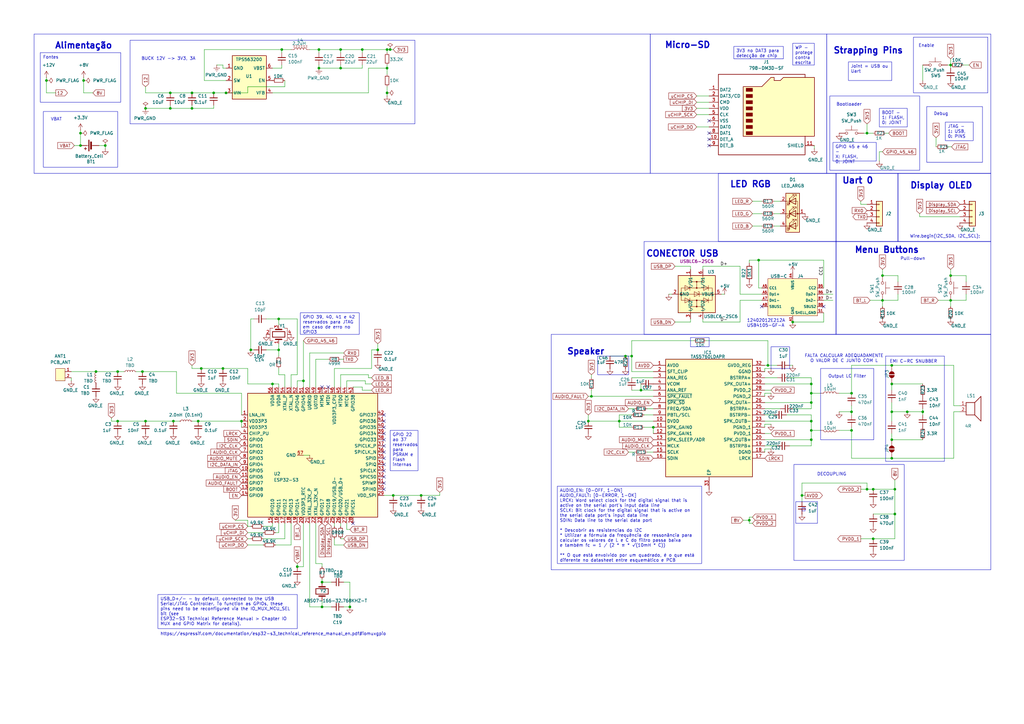
<source format=kicad_sch>
(kicad_sch (version 20231120) (generator "eeschema") (generator_version "8.0")
  (paper "A3")
  (title_block (title "Sound System - IOT") (company "UFU") (comment 1 "Prof.: Marcelo Barros") (comment 2 "Estudante: Isabella Vecchi Ferreira"))
  (junction (at 267.97 175.26))
  (junction (at 71.12 172.72))
  (junction (at 143.51 248.92))
  (junction (at 332.74 165.1))
  (junction (at 314.96 149.86))
  (junction (at 332.74 176.53))
  (junction (at 349.25 176.53))
  (junction (at 325.12 132.08))
  (junction (at 154.94 143.51))
  (junction (at 124.46 156.21))
  (junction (at 389.89 26.67))
  (junction (at 115.57 20.32))
  (junction (at 241.3 172.72))
  (junction (at 256.54 146.05))
  (junction (at 367.03 200.66))
  (junction (at 114.3 130.81))
  (junction (at 365.76 180.34))
  (junction (at 34.29 33.02))
  (junction (at 254 172.72))
  (junction (at 33.02 54.61))
  (junction (at 332.74 157.48))
  (junction (at 378.46 168.91))
  (junction (at 358.14 220.98))
  (junction (at 349.25 168.91))
  (junction (at 328.93 203.2))
  (junction (at 355.6 54.61))
  (junction (at 158.75 20.32))
  (junction (at 158.75 27.94))
  (junction (at 259.08 146.05))
  (junction (at 39.37 152.4))
  (junction (at 139.7 20.32))
  (junction (at 102.87 143.51))
  (junction (at 361.95 113.03))
  (junction (at 148.59 20.32))
  (junction (at 332.74 180.34))
  (junction (at 365.76 187.96))
  (junction (at 69.85 44.45))
  (junction (at 365.76 168.91))
  (junction (at 311.15 106.68))
  (junction (at 332.74 161.29))
  (junction (at 99.06 172.72))
  (junction (at 172.72 203.2))
  (junction (at 33.02 59.69))
  (junction (at 59.69 172.72))
  (junction (at 69.85 38.1))
  (junction (at 130.81 20.32))
  (junction (at 158.75 38.1))
  (junction (at 372.11 168.91))
  (junction (at 332.74 172.72))
  (junction (at 87.63 38.1))
  (junction (at 161.29 203.2))
  (junction (at 48.26 152.4))
  (junction (at 48.26 172.72))
  (junction (at 92.71 38.1))
  (junction (at 361.95 123.19))
  (junction (at 367.03 210.82))
  (junction (at 262.89 160.02))
  (junction (at 78.74 38.1))
  (junction (at 82.55 151.13))
  (junction (at 139.7 27.94))
  (junction (at 43.18 59.69))
  (junction (at 132.08 238.76))
  (junction (at 349.25 161.29))
  (junction (at 81.28 172.72))
  (junction (at 389.89 123.19))
  (junction (at 19.05 33.02))
  (junction (at 365.76 157.48))
  (junction (at 130.81 27.94))
  (junction (at 307.34 213.36))
  (junction (at 160.02 20.32))
  (junction (at 111.76 157.48))
  (junction (at 365.76 149.86))
  (junction (at 91.44 151.13))
  (junction (at 59.69 44.45))
  (junction (at 78.74 44.45))
  (junction (at 358.14 200.66))
  (junction (at 355.6 200.66))
  (junction (at 132.08 248.92))
  (junction (at 121.92 232.41))
  (junction (at 389.89 113.03))
  (junction (at 242.57 162.56))
  (junction (at 114.3 143.51))
  (junction (at 58.42 152.4))
  (no_connect (at 157.48 175.26))
  (no_connect (at 157.48 185.42))
  (no_connect (at 157.48 195.58))
  (no_connect (at 157.48 182.88))
  (no_connect (at 157.48 180.34))
  (no_connect (at 157.48 187.96))
  (no_connect (at 144.78 214.63))
  (no_connect (at 290.83 54.61))
  (no_connect (at 290.83 49.53))
  (no_connect (at 157.48 200.66))
  (no_connect (at 157.48 172.72))
  (no_connect (at 157.48 190.5))
  (no_connect (at 132.08 158.75))
  (no_connect (at 134.62 158.75))
  (no_connect (at 157.48 170.18))
  (no_connect (at 337.82 125.73))
  (no_connect (at 290.83 57.15))
  (no_connect (at 157.48 198.12))
  (no_connect (at 157.48 193.04))
  (no_connect (at 157.48 177.8))
  (no_connect (at 290.83 59.69))
  (no_connect (at 312.42 125.73))
  (wire (pts (xy 285.75 44.45) (xy 290.83 44.45)))
  (wire (pts (xy 113.03 223.52) (xy 119.38 223.52)))
  (wire (pts (xy 78.74 151.13) (xy 82.55 151.13)))
  (wire (pts (xy 288.29 109.22) (xy 288.29 110.49)))
  (wire (pts (xy 265.43 167.64) (xy 267.97 167.64)))
  (wire (pts (xy 114.3 130.81) (xy 114.3 133.35)))
  (wire (pts (xy 160.02 20.32) (xy 158.75 20.32)))
  (wire (pts (xy 59.69 35.56) (xy 59.69 38.1)))
  (wire (pts (xy 102.87 130.81) (xy 104.14 130.81)))
  (wire (pts (xy 151.13 154.94) (xy 152.4 154.94)))
  (wire (pts (xy 121.92 231.14) (xy 121.92 232.41)))
  (wire (pts (xy 262.89 160.02) (xy 267.97 160.02)))
  (wire (pts (xy 101.6 218.44) (xy 107.95 218.44)))
  (wire (pts (xy 313.69 182.88) (xy 318.77 182.88)))
  (wire (pts (xy 257.81 167.64) (xy 260.35 167.64)))
  (wire (pts (xy 360.68 62.23) (xy 361.95 62.23)))
  (wire (pts (xy 137.16 158.75) (xy 137.16 151.13)))
  (wire (pts (xy 355.6 198.12) (xy 355.6 200.66)))
  (wire (pts (xy 101.6 215.9) (xy 102.87 215.9)))
  (wire (pts (xy 139.7 153.67) (xy 139.7 158.75)))
  (wire (pts (xy 116.84 153.67) (xy 114.3 153.67)))
  (wire (pts (xy 241.3 172.72) (xy 254 172.72)))
  (wire (pts (xy 337.82 118.11) (xy 337.82 106.68)))
  (wire (pts (xy 149.86 157.48) (xy 152.4 157.48)))
  (wire (pts (xy 304.8 213.36) (xy 307.34 213.36)))
  (wire (pts (xy 69.85 43.18) (xy 69.85 44.45)))
  (wire (pts (xy 337.82 132.08) (xy 325.12 132.08)))
  (wire (pts (xy 322.58 170.18) (xy 332.74 170.18)))
  (wire (pts (xy 101.6 151.13) (xy 101.6 157.48)))
  (wire (pts (xy 180.34 203.2) (xy 180.34 201.93)))
  (wire (pts (xy 132.08 231.14) (xy 132.08 232.41)))
  (wire (pts (xy 259.08 154.94) (xy 267.97 154.94)))
  (wire (pts (xy 367.03 200.66) (xy 367.03 210.82)))
  (wire (pts (xy 389.89 26.67) (xy 389.89 27.94)))
  (wire (pts (xy 151.13 153.67) (xy 151.13 154.94)))
  (wire (pts (xy 121.92 130.81) (xy 114.3 130.81)))
  (wire (pts (xy 107.95 215.9) (xy 111.76 215.9)))
  (wire (pts (xy 101.6 213.36) (xy 101.6 215.9)))
  (wire (pts (xy 130.81 26.67) (xy 130.81 27.94)))
  (wire (pts (xy 276.86 132.08) (xy 283.21 132.08)))
  (wire (pts (xy 356.87 123.19) (xy 361.95 123.19)))
  (wire (pts (xy 132.08 231.14) (xy 129.54 231.14)))
  (wire (pts (xy 242.57 153.67) (xy 242.57 154.94)))
  (wire (pts (xy 129.54 231.14) (xy 129.54 214.63)))
  (wire (pts (xy 317.5 82.55) (xy 320.04 82.55)))
  (wire (pts (xy 365.76 149.86) (xy 391.16 149.86)))
  (wire (pts (xy 127 144.78) (xy 140.97 144.78)))
  (wire (pts (xy 71.12 172.72) (xy 73.66 172.72)))
  (wire (pts (xy 59.69 172.72) (xy 71.12 172.72)))
  (wire (pts (xy 288.29 132.08) (xy 303.53 132.08)))
  (wire (pts (xy 307.34 212.09) (xy 308.61 212.09)))
  (wire (pts (xy 372.11 168.91) (xy 378.46 168.91)))
  (wire (pts (xy 29.21 152.4) (xy 39.37 152.4)))
  (wire (pts (xy 354.33 54.61) (xy 355.6 54.61)))
  (wire (pts (xy 55.88 152.4) (xy 58.42 152.4)))
  (wire (pts (xy 365.76 168.91) (xy 365.76 172.72)))
  (wire (pts (xy 111.76 215.9) (xy 111.76 214.63)))
  (wire (pts (xy 313.69 175.26) (xy 313.69 173.99)))
  (wire (pts (xy 313.69 170.18) (xy 317.5 170.18)))
  (wire (pts (xy 151.13 27.94) (xy 158.75 27.94)))
  (wire (pts (xy 48.26 172.72) (xy 59.69 172.72)))
  (wire (pts (xy 358.14 220.98) (xy 367.03 220.98)))
  (wire (pts (xy 349.25 161.29) (xy 349.25 149.86)))
  (wire (pts (xy 332.74 157.48) (xy 332.74 154.94)))
  (wire (pts (xy 158.75 39.37) (xy 158.75 38.1)))
  (wire (pts (xy 135.89 248.92) (xy 132.08 248.92)))
  (wire (pts (xy 267.97 177.8) (xy 267.97 175.26)))
  (wire (pts (xy 285.75 52.07) (xy 290.83 52.07)))
  (wire (pts (xy 43.18 59.69) (xy 43.18 60.96)))
  (wire (pts (xy 361.95 113.03) (xy 368.3 113.03)))
  (wire (pts (xy 129.54 147.32) (xy 134.62 147.32)))
  (wire (pts (xy 114.3 157.48) (xy 111.76 157.48)))
  (wire (pts (xy 34.29 38.1) (xy 38.1 38.1)))
  (wire (pts (xy 396.24 123.19) (xy 396.24 120.65)))
  (wire (pts (xy 313.69 154.94) (xy 318.77 154.94)))
  (wire (pts (xy 101.6 223.52) (xy 107.95 223.52)))
  (wire (pts (xy 109.22 130.81) (xy 114.3 130.81)))
  (wire (pts (xy 109.22 143.51) (xy 114.3 143.51)))
  (wire (pts (xy 328.93 203.2) (xy 328.93 205.74)))
  (wire (pts (xy 389.89 110.49) (xy 389.89 113.03)))
  (wire (pts (xy 262.89 157.48) (xy 262.89 160.02)))
  (wire (pts (xy 328.93 203.2) (xy 328.93 198.12)))
  (wire (pts (xy 330.2 203.2) (xy 328.93 203.2)))
  (wire (pts (xy 127 214.63) (xy 127 248.92)))
  (wire (pts (xy 119.38 158.75) (xy 119.38 153.67)))
  (wire (pts (xy 378.46 168.91) (xy 378.46 167.64)))
  (wire (pts (xy 116.84 220.98) (xy 116.84 214.63)))
  (wire (pts (xy 285.75 46.99) (xy 290.83 46.99)))
  (wire (pts (xy 325.12 167.64) (xy 332.74 167.64)))
  (wire (pts (xy 91.44 26.67) (xy 91.44 27.94)))
  (wire (pts (xy 99.06 161.29) (xy 72.39 161.29)))
  (wire (pts (xy 303.53 120.65) (xy 312.42 120.65)))
  (wire (pts (xy 99.06 170.18) (xy 99.06 161.29)))
  (wire (pts (xy 30.48 59.69) (xy 33.02 59.69)))
  (wire (pts (xy 40.64 59.69) (xy 43.18 59.69)))
  (wire (pts (xy 364.49 54.61) (xy 363.22 54.61)))
  (wire (pts (xy 332.74 172.72) (xy 332.74 176.53)))
  (wire (pts (xy 148.59 26.67) (xy 148.59 27.94)))
  (wire (pts (xy 142.24 217.17) (xy 142.24 214.63)))
  (wire (pts (xy 361.95 123.19) (xy 368.3 123.19)))
  (wire (pts (xy 148.59 158.75) (xy 148.59 160.02)))
  (wire (pts (xy 378.46 170.18) (xy 378.46 168.91)))
  (wire (pts (xy 358.14 200.66) (xy 367.03 200.66)))
  (wire (pts (xy 149.86 156.21) (xy 149.86 157.48)))
  (wire (pts (xy 314.96 139.7) (xy 314.96 149.86)))
  (wire (pts (xy 148.59 27.94) (xy 139.7 27.94)))
  (wire (pts (xy 332.74 172.72) (xy 332.74 170.18)))
  (wire (pts (xy 114.3 143.51) (xy 114.3 140.97)))
  (wire (pts (xy 99.06 172.72) (xy 99.06 175.26)))
  (wire (pts (xy 394.97 26.67) (xy 397.51 26.67)))
  (wire (pts (xy 323.85 149.86) (xy 325.12 149.86)))
  (wire (pts (xy 241.3 170.18) (xy 241.3 172.72)))
  (wire (pts (xy 127 186.69) (xy 124.46 186.69)))
  (wire (pts (xy 349.25 175.26) (xy 349.25 176.53)))
  (wire (pts (xy 259.08 160.02) (xy 262.89 160.02)))
  (wire (pts (xy 96.52 213.36) (xy 101.6 213.36)))
  (wire (pts (xy 267.97 152.4) (xy 259.08 152.4)))
  (wire (pts (xy 69.85 44.45) (xy 78.74 44.45)))
  (wire (pts (xy 87.63 38.1) (xy 92.71 38.1)))
  (wire (pts (xy 313.69 172.72) (xy 332.74 172.72)))
  (wire (pts (xy 34.29 31.75) (xy 34.29 33.02)))
  (wire (pts (xy 365.76 157.48) (xy 378.46 157.48)))
  (wire (pts (xy 34.29 33.02) (xy 34.29 38.1)))
  (wire (pts (xy 87.63 43.18) (xy 87.63 44.45)))
  (wire (pts (xy 257.81 185.42) (xy 260.35 185.42)))
  (wire (pts (xy 33.02 54.61) (xy 33.02 59.69)))
  (wire (pts (xy 283.21 110.49) (xy 283.21 109.22)))
  (wire (pts (xy 332.74 176.53) (xy 332.74 180.34)))
  (wire (pts (xy 307.34 106.68) (xy 307.34 107.95)))
  (wire (pts (xy 114.3 158.75) (xy 114.3 157.48)))
  (wire (pts (xy 289.56 139.7) (xy 314.96 139.7)))
  (wire (pts (xy 313.69 161.29) (xy 316.23 161.29)))
  (wire (pts (xy 19.05 31.75) (xy 19.05 33.02)))
  (wire (pts (xy 143.51 217.17) (xy 142.24 217.17)))
  (wire (pts (xy 389.89 125.73) (xy 389.89 123.19)))
  (wire (pts (xy 344.17 168.91) (xy 349.25 168.91)))
  (wire (pts (xy 143.51 238.76) (xy 140.97 238.76)))
  (wire (pts (xy 316.23 177.8) (xy 313.69 177.8)))
  (wire (pts (xy 127 248.92) (xy 132.08 248.92)))
  (wire (pts (xy 317.5 92.71) (xy 320.04 92.71)))
  (wire (pts (xy 116.84 35.56) (xy 101.6 35.56)))
  (wire (pts (xy 313.69 149.86) (xy 314.96 149.86)))
  (wire (pts (xy 384.81 123.19) (xy 389.89 123.19)))
  (wire (pts (xy 152.4 151.13) (xy 152.4 143.51)))
  (wire (pts (xy 142.24 156.21) (xy 142.24 158.75)))
  (wire (pts (xy 311.15 106.68) (xy 337.82 106.68)))
  (wire (pts (xy 33.02 54.61) (xy 33.02 53.34)))
  (wire (pts (xy 391.16 149.86) (xy 391.16 166.37)))
  (wire (pts (xy 115.57 21.59) (xy 115.57 20.32)))
  (wire (pts (xy 285.75 39.37) (xy 290.83 39.37)))
  (wire (pts (xy 323.85 182.88) (xy 332.74 182.88)))
  (wire (pts (xy 367.03 210.82) (xy 367.03 220.98)))
  (wire (pts (xy 308.61 214.63) (xy 307.34 214.63)))
  (wire (pts (xy 148.59 20.32) (xy 158.75 20.32)))
  (wire (pts (xy 307.34 213.36) (xy 307.34 212.09)))
  (wire (pts (xy 115.57 26.67) (xy 115.57 27.94)))
  (wire (pts (xy 107.95 220.98) (xy 116.84 220.98)))
  (wire (pts (xy 378.46 26.67) (xy 378.46 33.02)))
  (wire (pts (xy 355.6 50.8) (xy 355.6 54.61)))
  (wire (pts (xy 158.75 26.67) (xy 158.75 27.94)))
  (wire (pts (xy 92.71 38.1) (xy 101.6 38.1)))
  (wire (pts (xy 91.44 151.13) (xy 101.6 151.13)))
  (wire (pts (xy 393.7 168.91) (xy 391.16 168.91)))
  (wire (pts (xy 148.59 160.02) (xy 152.4 160.02)))
  (wire (pts (xy 151.13 38.1) (xy 151.13 27.94)))
  (wire (pts (xy 367.03 196.85) (xy 367.03 200.66)))
  (wire (pts (xy 311.15 118.11) (xy 312.42 118.11)))
  (wire (pts (xy 259.08 139.7) (xy 284.48 139.7)))
  (wire (pts (xy 285.75 41.91) (xy 290.83 41.91)))
  (wire (pts (xy 161.29 203.2) (xy 172.72 203.2)))
  (wire (pts (xy 139.7 27.94) (xy 130.81 27.94)))
  (wire (pts (xy 129.54 147.32) (xy 129.54 158.75)))
  (wire (pts (xy 78.74 38.1) (xy 87.63 38.1)))
  (wire (pts (xy 383.913 60.2307) (xy 383.913 56.4207)))
  (wire (pts (xy 297.18 120.65) (xy 295.91 120.65)))
  (wire (pts (xy 288.29 109.22) (xy 303.53 109.22)))
  (wire (pts (xy 311.15 106.68) (xy 311.15 118.11)))
  (wire (pts (xy 144.78 158.75) (xy 148.59 158.75)))
  (wire (pts (xy 313.69 173.99) (xy 316.23 173.99)))
  (wire (pts (xy 91.44 27.94) (xy 92.71 27.94)))
  (wire (pts (xy 45.72 172.72) (xy 48.26 172.72)))
  (wire (pts (xy 83.82 33.02) (xy 83.82 20.32)))
  (wire (pts (xy 332.74 176.53) (xy 336.55 176.53)))
  (wire (pts (xy 119.38 153.67) (xy 121.92 153.67)))
  (wire (pts (xy 358.14 210.82) (xy 367.03 210.82)))
  (wire (pts (xy 365.76 180.34) (xy 378.46 180.34)))
  (wire (pts (xy 334.01 60.96) (xy 334.01 59.69)))
  (wire (pts (xy 332.74 180.34) (xy 332.74 182.88)))
  (wire (pts (xy 396.24 113.03) (xy 396.24 115.57)))
  (wire (pts (xy 115.57 20.32) (xy 119.38 20.32)))
  (wire (pts (xy 137.16 223.52) (xy 137.16 220.98)))
  (wire (pts (xy 88.9 26.67) (xy 91.44 26.67)))
  (wire (pts (xy 313.69 185.42) (xy 313.69 184.15)))
  (wire (pts (xy 158.75 27.94) (xy 158.75 30.48)))
  (wire (pts (xy 101.6 157.48) (xy 111.76 157.48)))
  (wire (pts (xy 58.42 152.4) (xy 72.39 152.4)))
  (wire (pts (xy 303.53 123.19) (xy 303.53 132.08)))
  (wire (pts (xy 389.89 113.03) (xy 396.24 113.03)))
  (wire (pts (xy 389.89 24.13) (xy 389.89 26.67)))
  (wire (pts (xy 127 158.75) (xy 127 144.78)))
  (wire (pts (xy 114.3 153.67) (xy 114.3 151.13)))
  (wire (pts (xy 102.87 143.51) (xy 104.14 143.51)))
  (wire (pts (xy 316.23 160.02) (xy 313.69 160.02)))
  (wire (pts (xy 161.29 20.32) (xy 160.02 20.32)))
  (wire (pts (xy 121.92 153.67) (xy 121.92 130.81)))
  (wire (pts (xy 116.84 158.75) (xy 116.84 153.67)))
  (wire (pts (xy 353.06 82.55) (xy 353.06 83.82)))
  (wire (pts (xy 313.69 151.13) (xy 316.23 151.13)))
  (wire (pts (xy 143.51 248.92) (xy 140.97 248.92)))
  (wire (pts (xy 83.82 20.32) (xy 115.57 20.32)))
  (wire (pts (xy 332.74 165.1) (xy 332.74 167.64)))
  (wire (pts (xy 19.05 33.02) (xy 19.05 38.1)))
  (wire (pts (xy 349.25 168.91) (xy 349.25 170.18)))
  (wire (pts (xy 368.3 123.19) (xy 368.3 120.65)))
  (wire (pts (xy 114.3 143.51) (xy 114.3 146.05)))
  (wire (pts (xy 377.19 88.9) (xy 393.7 88.9)))
  (wire (pts (xy 132.08 248.92) (xy 132.08 246.38)))
  (wire (pts (xy 241.3 162.56) (xy 242.57 162.56)))
  (wire (pts (xy 102.87 130.81) (xy 102.87 143.51)))
  (wire (pts (xy 288.29 132.08) (xy 288.29 130.81)))
  (wire (pts (xy 124.46 139.7) (xy 124.46 156.21)))
  (wire (pts (xy 283.21 132.08) (xy 283.21 130.81)))
  (wire (pts (xy 349.25 149.86) (xy 365.76 149.86)))
  (wire (pts (xy 29.21 154.94) (xy 29.21 156.21)))
  (wire (pts (xy 157.48 203.2) (xy 161.29 203.2)))
  (wire (pts (xy 256.54 146.05) (xy 259.08 146.05)))
  (wire (pts (xy 140.97 220.98) (xy 139.7 220.98)))
  (wire (pts (xy 259.08 170.18) (xy 254 170.18)))
  (wire (pts (xy 82.55 151.13) (xy 91.44 151.13)))
  (wire (pts (xy 130.81 20.32) (xy 130.81 21.59)))
  (wire (pts (xy 344.17 161.29) (xy 349.25 161.29)))
  (wire (pts (xy 308.61 92.71) (xy 312.42 92.71)))
  (wire (pts (xy 349.25 168.91) (xy 349.25 166.37)))
  (wire (pts (xy 344.17 176.53) (xy 349.25 176.53)))
  (wire (pts (xy 45.72 171.45) (xy 45.72 172.72)))
  (wire (pts (xy 121.92 232.41) (xy 124.46 232.41)))
  (wire (pts (xy 275.59 120.65) (xy 274.32 120.65)))
  (wire (pts (xy 254 172.72) (xy 267.97 172.72)))
  (wire (pts (xy 388.993 60.2307) (xy 390.263 60.2307)))
  (wire (pts (xy 39.37 152.4) (xy 48.26 152.4)))
  (wire (pts (xy 116.84 33.02) (xy 116.84 35.56)))
  (wire (pts (xy 313.69 162.56) (xy 313.69 161.29)))
  (wire (pts (xy 264.16 175.26) (xy 267.97 175.26)))
  (wire (pts (xy 377.19 87.63) (xy 377.19 88.9)))
  (wire (pts (xy 393.7 166.37) (xy 391.16 166.37)))
  (wire (pts (xy 303.53 109.22) (xy 303.53 120.65)))
  (wire (pts (xy 139.7 153.67) (xy 151.13 153.67)))
  (wire (pts (xy 59.69 38.1) (xy 69.85 38.1)))
  (wire (pts (xy 365.76 157.48) (xy 365.76 160.02)))
  (wire (pts (xy 114.3 218.44) (xy 114.3 214.63)))
  (wire (pts (xy 332.74 154.94) (xy 323.85 154.94)))
  (wire (pts (xy 139.7 20.32) (xy 148.59 20.32)))
  (wire (pts (xy 365.76 165.1) (xy 365.76 168.91)))
  (wire (pts (xy 361.95 110.49) (xy 361.95 113.03)))
  (wire (pts (xy 337.82 123.19) (xy 341.63 123.19)))
  (wire (pts (xy 101.6 35.56) (xy 101.6 38.1)))
  (wire (pts (xy 152.4 143.51) (xy 154.94 143.51)))
  (wire (pts (xy 50.8 152.4) (xy 48.26 152.4)))
  (wire (pts (xy 313.69 165.1) (xy 332.74 165.1)))
  (wire (pts (xy 355.6 200.66) (xy 358.14 200.66)))
  (wire (pts (xy 242.57 160.02) (xy 242.57 162.56)))
  (wire (pts (xy 349.25 187.96) (xy 365.76 187.96)))
  (wire (pts (xy 254 170.18) (xy 254 172.72)))
  (wire (pts (xy 135.89 238.76) (xy 132.08 238.76)))
  (wire (pts (xy 303.53 123.19) (xy 312.42 123.19)))
  (wire (pts (xy 139.7 215.9) (xy 139.7 214.63)))
  (wire (pts (xy 265.43 185.42) (xy 267.97 185.42)))
  (wire (pts (xy 353.06 83.82) (xy 355.6 83.82)))
  (wire (pts (xy 313.69 157.48) (xy 332.74 157.48)))
  (wire (pts (xy 332.74 161.29) (xy 336.55 161.29)))
  (wire (pts (xy 154.94 140.97) (xy 154.94 143.51)))
  (wire (pts (xy 332.74 157.48) (xy 332.74 161.29)))
  (wire (pts (xy 137.16 215.9) (xy 137.16 214.63)))
  (wire (pts (xy 389.89 123.19) (xy 396.24 123.19)))
  (wire (pts (xy 365.76 187.96) (xy 391.16 187.96)))
  (wire (pts (xy 113.03 218.44) (xy 114.3 218.44)))
  (wire (pts (xy 308.61 87.63) (xy 312.42 87.63)))
  (wire (pts (xy 337.82 120.65) (xy 341.63 120.65)))
  (wire (pts (xy 276.86 109.22) (xy 283.21 109.22)))
  (wire (pts (xy 313.69 184.15) (xy 316.23 184.15)))
  (wire (pts (xy 69.85 38.1) (xy 78.74 38.1)))
  (wire (pts (xy 332.74 161.29) (xy 332.74 165.1)))
  (wire (pts (xy 313.69 167.64) (xy 320.04 167.64)))
  (wire (pts (xy 314.96 149.86) (xy 318.77 149.86)))
  (wire (pts (xy 124.46 214.63) (xy 124.46 232.41)))
  (wire (pts (xy 337.82 128.27) (xy 337.82 132.08)))
  (wire (pts (xy 328.93 198.12) (xy 355.6 198.12)))
  (wire (pts (xy 361.95 125.73) (xy 361.95 123.19)))
  (wire (pts (xy 254 175.26) (xy 254 172.72)))
  (wire (pts (xy 353.06 220.98) (xy 358.14 220.98)))
  (wire (pts (xy 143.51 248.92) (xy 143.51 238.76)))
  (wire (pts (xy 250.19 146.05) (xy 256.54 146.05)))
  (wire (pts (xy 139.7 26.67) (xy 139.7 27.94)))
  (wire (pts (xy 111.76 27.94) (xy 115.57 27.94)))
  (wire (pts (xy 137.16 223.52) (xy 140.97 223.52)))
  (wire (pts (xy 308.61 82.55) (xy 312.42 82.55)))
  (wire (pts (xy 259.08 175.26) (xy 254 175.26)))
  (wire (pts (xy 137.16 151.13) (xy 152.4 151.13)))
  (wire (pts (xy 259.08 146.05) (xy 259.08 139.7)))
  (wire (pts (xy 92.71 33.02) (xy 83.82 33.02)))
  (wire (pts (xy 119.38 223.52) (xy 119.38 214.63)))
  (wire (pts (xy 127 20.32) (xy 130.81 20.32)))
  (wire (pts (xy 148.59 21.59) (xy 148.59 20.32)))
  (wire (pts (xy 307.34 214.63) (xy 307.34 213.36)))
  (wire (pts (xy 101.6 220.98) (xy 102.87 220.98)))
  (wire (pts (xy 360.68 66.04) (xy 360.68 62.23)))
  (wire (pts (xy 111.76 157.48) (xy 111.76 158.75)))
  (wire (pts (xy 78.74 172.72) (xy 81.28 172.72)))
  (wire (pts (xy 313.69 152.4) (xy 313.69 151.13)))
  (wire (pts (xy 59.69 44.45) (xy 69.85 44.45)))
  (wire (pts (xy 307.34 106.68) (xy 311.15 106.68)))
  (wire (pts (xy 242.57 162.56) (xy 267.97 162.56)))
  (wire (pts (xy 19.05 38.1) (xy 22.86 38.1)))
  (wire (pts (xy 355.6 54.61) (xy 358.14 54.61)))
  (wire (pts (xy 124.46 156.21) (xy 121.92 156.21)))
  (wire (pts (xy 264.16 170.18) (xy 267.97 170.18)))
  (wire (pts (xy 78.74 149.86) (xy 78.74 151.13)))
  (wire (pts (xy 368.3 113.03) (xy 368.3 115.57)))
  (wire (pts (xy 158.75 38.1) (xy 158.75 35.56)))
  (wire (pts (xy 388.62 26.67) (xy 389.89 26.67)))
  (wire (pts (xy 87.63 44.45) (xy 78.74 44.45)))
  (wire (pts (xy 365.76 168.91) (xy 372.11 168.91)))
  (wire (pts (xy 172.72 203.2) (xy 180.34 203.2)))
  (wire (pts (xy 365.76 177.8) (xy 365.76 180.34)))
  (wire (pts (xy 139.7 147.32) (xy 140.97 147.32)))
  (wire (pts (xy 139.7 21.59) (xy 139.7 20.32)))
  (wire (pts (xy 121.92 156.21) (xy 121.92 158.75)))
  (wire (pts (xy 81.28 172.72) (xy 99.06 172.72)))
  (wire (pts (xy 317.5 87.63) (xy 320.04 87.63)))
  (wire (pts (xy 259.08 152.4) (xy 259.08 146.05)))
  (wire (pts (xy 124.46 156.21) (xy 124.46 158.75)))
  (wire (pts (xy 391.16 168.91) (xy 391.16 187.96)))
  (wire (pts (xy 349.25 187.96) (xy 349.25 176.53)))
  (wire (pts (xy 353.06 200.66) (xy 355.6 200.66)))
  (wire (pts (xy 72.39 161.29) (xy 72.39 152.4)))
  (wire (pts (xy 132.08 237.49) (xy 132.08 238.76)))
  (wire (pts (xy 158.75 21.59) (xy 158.75 20.32)))
  (wire (pts (xy 78.74 43.18) (xy 78.74 44.45)))
  (wire (pts (xy 313.69 180.34) (xy 332.74 180.34)))
  (wire (pts (xy 130.81 20.32) (xy 139.7 20.32)))
  (wire (pts (xy 111.76 38.1) (xy 151.13 38.1)))
  (wire (pts (xy 142.24 156.21) (xy 149.86 156.21)))
  (rectangle (start 316.23 142.24) (end 323.85 151.13))
  (rectangle (start 368.3 71.12) (end 406.4 99.06))
  (rectangle (start 340.36 39.37) (end 377.19 69.85))
  (rectangle (start 266.7 13.97) (end 339.09 71.12))
  (rectangle (start 328.93 208.28) (end 330.2 209.55))
  (rectangle (start 326.39 205.74) (end 335.28 214.63))
  (rectangle (start 342.9 99.06) (end 406.4 137.16))
  (rectangle (start 363.22 146.05) (end 387.35 189.23))
  (rectangle (start 294.64 71.12) (end 342.9 99.06))
  (rectangle (start 374.65 15.24) (end 405.13 38.1))
  (rectangle (start 342.9 71.12) (end 368.3 99.06))
  (rectangle (start 336.55 151.13) (end 358.394 180.34))
  (rectangle (start 380.103 43.7207) (end 402.963 66.5807))
  (rectangle (start 53.34 16.51) (end 170.18 50.8))
  (rectangle (start 17.78 45.72) (end 48.26 68.58))
  (rectangle (start 13.97 13.97) (end 266.7 71.12))
  (rectangle (start 339.09 13.97) (end 406.4 71.12))
  (rectangle (start 264.16 99.06) (end 342.9 137.16))
  (rectangle (start 283.21 138.43) (end 290.83 142.24))
  (rectangle (start 16.51 21.59) (end 49.53 41.91))
  (rectangle (start 245.11 146.05) (end 257.81 153.67))
  (rectangle (start 325.628 190.5) (end 370.84 229.87))
  (rectangle (start 226.06 137.16) (end 406.4 233.68))
  (text_box "WP - protege contra escrita\n" (at 325.12 17.78 0) (size 8.89 8.89) (effects (font (size 1.27 1.27)) (justify left top)))
  (text_box "Joint = USB ou Uart" (at 347.98 25.4 0) (size 17.78 7.62) (effects (font (size 1.27 1.27)) (justify left top)))
  (text_box "GPIO 39, 40, 41 e 42\nreservados para JTAG\nem caso de erro no\nGPIO3" (at 123.19 128.27 0) (size 24.13 8.89) (effects (font (size 1.27 1.27)) (justify left top)))
  (text_box "USB_D+/- - by default, connected to the USB Serial/JTAG Controller. To function as GPIOs, these\npins need to be reconfigured via the IO_MUX_MCU_SEL bit (see\nESP32-S3 Technical Reference Manual > Chapter IO MUX and GPIO Matrix for details).\n\nhttps://espressif.com/documentation/esp32-s3_technical_reference_manual_en.pdf#iomuxgpio" (at 64.77 243.84 0) (size 57.15 13.97) (effects (font (size 1.27 1.27)) (justify left top)))
  (text_box "AUDIO_EN: [0-OFF, 1-ON]\nAUDIO_FAULT: [0-ERROR, 1-OK]\nLRCK: Word select clock for the digital signal that is active on the serial port's input data line\nSCLK: Bit clock for the digital signal that is active on the serial data port's input data line\nSDIN: Data line to the serial data port\n\n* Descobrir as resistencias do I2C\n* Utilizar a fórmula da frequência de ressonância para calcular os valores de L e C do filtro passa baixa\ne também fc = 1 / (2 * π * √(10mH * C))\n\n** O que está envolvido por um quadrado, é o que está diferente no datasheet entre esquemático e PCB" (at 228.6 199.39 0) (size 59.182 31.75) (effects (font (size 1.27 1.27)) (justify left top)))
  (text_box "JTAG - 1: USB, 0: PINS\n" (at 387.723 50.0707 0) (size 11.43 7.62) (effects (font (size 1.27 1.27)) (justify left top)))
  (text_box "GPIO 45 e 46 -\nX: FLASH,\n0: JOINT\n" (at 341.63 58.42 0) (size 17.78 7.62) (effects (font (size 1.27 1.27)) (justify left top)))
  (text_box "BOOT - 1: FLASH, 0: JOINT\n" (at 360.68 44.45 0) (size 11.43 7.62) (effects (font (size 1.27 1.27)) (justify left top)))
  (text_box "GPIO 22 ao 37\nreservados para PSRAM e Flash internas" (at 160.02 176.53 0) (size 11.43 16.51) (effects (font (size 1.27 1.27)) (justify left top)))
  (text_box "3V3 no DAT3 para detecção de chip" (at 300.99 19.05 0) (size 20.32 5.08) (effects (font (size 1.27 1.27)) (justify left top)))
  (text "Micro-SD" (at 272.542 20.066 0) (effects (font (size 2.54 2.54) (thickness 0.508) (bold yes)) (justify left bottom)))
  (text "LED RGB" (at 307.848 75.692 0) (effects (font (size 2.54 2.54) (thickness 0.508) (bold yes))))
  (text "EMI C-RC SNUBBER" (at 374.65 148.336 0) (effects (font (size 1.27 1.27))))
  (text "Display OLED" (at 386.08 76.2 0) (effects (font (size 2.54 2.54) (thickness 0.508) (bold yes))))
  (text "Wire.begin(I2C_SDA, I2C_SCL);" (at 387.604 97.028 0) (effects (font (size 1.27 1.27))))
  (text "Enable" (at 379.984 18.796 0) (effects (font (size 1.27 1.27))))
  (text "Menu Buttons" (at 363.728 102.616 0) (effects (font (size 2.54 2.54) (thickness 0.508) (bold yes))))
  (text "FALTA CALCULAR ADEQUADAMENTE\nO VALOR DE C JUNTO COM L\n" (at 346.202 147.066 0) (effects (font (size 1.27 1.27))))
  (text "Bootloader" (at 348.234 42.926 0) (effects (font (size 1.27 1.27))))
  (text "CONECTOR USB\n" (at 279.908 104.14 0) (effects (font (size 2.54 2.54) (thickness 0.508) (bold yes))))
  (text "VBAT" (at 23.114 49.022 0) (effects (font (size 1.27 1.27))))
  (text "DECOUPLING" (at 341.122 194.564 0) (effects (font (size 1.27 1.27))))
  (text "Pull-down" (at 374.396 106.172 0) (effects (font (size 1.27 1.27))))
  (text "BUCK 12V -> 3V3, 3A" (at 69.088 24.13 0) (effects (font (size 1.27 1.27))))
  (text "Speaker" (at 240.284 144.272 0) (effects (font (size 2.54 2.54) (thickness 0.508) (bold yes))))
  (text "12402012E212A\nUSB4105-GF-A" (at 306.324 134.366 0) (effects (font (size 1.27 1.27)) (justify left bottom)))
  (text "Strapping Pins" (at 356.108 20.828 0) (effects (font (size 2.54 2.54) (thickness 0.508) (bold yes))))
  (text "Alimentação" (at 34.29 18.796 0) (effects (font (size 2.54 2.54) (thickness 0.508) (bold yes))))
  (text "Debug" (at 385.945 46.7687 0) (effects (font (size 1.27 1.27))))
  (text "Uart 0" (at 351.79 74.168 0) (effects (font (size 2.54 2.54) (thickness 0.508) (bold yes))))
  (text "Output LC Filter" (at 347.472 154.432 0) (effects (font (size 1.27 1.27))))
  (text "Fontes" (at 20.828 23.622 0) (effects (font (size 1.27 1.27))))
  (label "D-" (at 341.63 123.19 180))
  (label "D-" (at 298.45 132.08 180))
  (label "D+" (at 341.63 120.65 180))
  (label "CC1" (at 337.82 113.03 90))
  (label "D+" (at 298.45 109.22 180))
  (global_label "LED_B" (shape input) (at 308.61 92.71 180) (property "Intersheetrefs" "${INTERSHEET_REFS}" (effects (hide yes))))
  (global_label "3V3" (shape input) (at 45.72 171.45 90) (property "Intersheetrefs" "${INTERSHEET_REFS}" (effects (hide yes))))
  (global_label "AUDIO_MUTE" (shape input) (at 267.97 180.34 180) (property "Intersheetrefs" "${INTERSHEET_REFS}" (effects (hide yes))))
  (global_label "3V3" (shape input) (at 285.75 44.45 180) (property "Intersheetrefs" "${INTERSHEET_REFS}" (effects (hide yes))))
  (global_label "LRCK" (shape input) (at 99.06 177.8 180) (property "Intersheetrefs" "${INTERSHEET_REFS}" (effects (hide yes))))
  (global_label "Display_SCL" (shape input) (at 393.7 86.36 180) (property "Intersheetrefs" "${INTERSHEET_REFS}" (effects (hide yes))))
  (global_label "SDIN" (shape input) (at 99.06 180.34 180) (property "Intersheetrefs" "${INTERSHEET_REFS}" (effects (hide yes))))
  (global_label "LED_R" (shape input) (at 152.4 160.02 0) (property "Intersheetrefs" "${INTERSHEET_REFS}" (effects (hide yes))))
  (global_label "GPIO_45_46" (shape input) (at 361.95 62.23 0) (property "Intersheetrefs" "${INTERSHEET_REFS}" (effects (hide yes))))
  (global_label "GPIO_45_46" (shape input) (at 124.46 139.7 0) (property "Intersheetrefs" "${INTERSHEET_REFS}" (effects (hide yes))))
  (global_label "BOOT" (shape input) (at 364.49 54.61 0) (property "Intersheetrefs" "${INTERSHEET_REFS}" (effects (hide yes))))
  (global_label "3V3" (shape input) (at 241.3 170.18 90) (property "Intersheetrefs" "${INTERSHEET_REFS}" (effects (hide yes))))
  (global_label "3V3" (shape input) (at 242.57 153.67 90) (property "Intersheetrefs" "${INTERSHEET_REFS}" (effects (hide yes))))
  (global_label "Display_SCL" (shape input) (at 134.62 214.63 270) (property "Intersheetrefs" "${INTERSHEET_REFS}" (effects (hide yes))))
  (global_label "AUDIO_EN" (shape input) (at 267.97 165.1 180) (property "Intersheetrefs" "${INTERSHEET_REFS}" (effects (hide yes))))
  (global_label "uCHIP_DI" (shape input) (at 285.75 41.91 180) (property "Intersheetrefs" "${INTERSHEET_REFS}" (effects (hide yes))))
  (global_label "uCHIP_DI" (shape input) (at 101.6 218.44 180) (property "Intersheetrefs" "${INTERSHEET_REFS}" (effects (hide yes))))
  (global_label "BT_R" (shape input) (at 384.81 123.19 180) (property "Intersheetrefs" "${INTERSHEET_REFS}" (effects (hide yes))))
  (global_label "PVDD_2" (shape input) (at 308.61 214.63 0) (property "Intersheetrefs" "${INTERSHEET_REFS}" (effects (hide yes))))
  (global_label "Display_SDA" (shape input) (at 393.7 83.82 180) (property "Intersheetrefs" "${INTERSHEET_REFS}" (effects (hide yes))))
  (global_label "RX0" (shape input) (at 355.6 86.36 180) (property "Intersheetrefs" "${INTERSHEET_REFS}" (effects (hide yes))))
  (global_label "I2C_CLK" (shape input) (at 99.06 182.88 180) (property "Intersheetrefs" "${INTERSHEET_REFS}" (effects (hide yes))))
  (global_label "Display_SDA" (shape input) (at 132.08 214.63 270) (property "Intersheetrefs" "${INTERSHEET_REFS}" (effects (hide yes))))
  (global_label "uCHIP_SCK" (shape input) (at 285.75 46.99 180) (property "Intersheetrefs" "${INTERSHEET_REFS}" (effects (hide yes))))
  (global_label "SDIN" (shape input) (at 267.97 187.96 180) (property "Intersheetrefs" "${INTERSHEET_REFS}" (effects (hide yes))))
  (global_label "PVDD_1" (shape output) (at 353.06 220.98 180) (property "Intersheetrefs" "${INTERSHEET_REFS}" (effects (hide yes))))
  (global_label "8V" (shape input) (at 38.1 38.1 0) (property "Intersheetrefs" "${INTERSHEET_REFS}" (effects (hide yes))))
  (global_label "I2C_DATA_IN" (shape input) (at 257.81 167.64 180) (property "Intersheetrefs" "${INTERSHEET_REFS}" (effects (hide yes))))
  (global_label "uCHIP_DO" (shape input) (at 285.75 52.07 180) (property "Intersheetrefs" "${INTERSHEET_REFS}" (effects (hide yes))))
  (global_label "I2C_CLK" (shape input) (at 257.81 185.42 180) (property "Intersheetrefs" "${INTERSHEET_REFS}" (effects (hide yes))))
  (global_label "JTAG" (shape input) (at 390.263 60.2307 0) (property "Intersheetrefs" "${INTERSHEET_REFS}" (effects (hide yes))))
  (global_label "I2C_DATA_IN" (shape input) (at 99.06 190.5 180) (property "Intersheetrefs" "${INTERSHEET_REFS}" (effects (hide yes))))
  (global_label "AUDIO_CLK" (shape input) (at 99.06 185.42 180) (property "Intersheetrefs" "${INTERSHEET_REFS}" (effects (hide yes))))
  (global_label "BOOT" (shape input) (at 99.06 200.66 180) (property "Intersheetrefs" "${INTERSHEET_REFS}" (effects (hide yes))))
  (global_label "BT_R" (shape input) (at 143.51 217.17 0) (property "Intersheetrefs" "${INTERSHEET_REFS}" (effects (hide yes))))
  (global_label "3V3" (shape input) (at 353.06 82.55 90) (property "Intersheetrefs" "${INTERSHEET_REFS}" (effects (hide yes))))
  (global_label "LED_G" (shape input) (at 308.61 87.63 180) (property "Intersheetrefs" "${INTERSHEET_REFS}" (effects (hide yes))))
  (global_label "TX0" (shape output) (at 140.97 147.32 0) (property "Intersheetrefs" "${INTERSHEET_REFS}" (effects (hide yes))))
  (global_label "AUDIO_EN" (shape input) (at 99.06 195.58 180) (property "Intersheetrefs" "${INTERSHEET_REFS}" (effects (hide yes))))
  (global_label "AUDIO_CLK" (shape input) (at 267.97 182.88 180) (property "Intersheetrefs" "${INTERSHEET_REFS}" (effects (hide yes))))
  (global_label "PVDD_2" (shape input) (at 316.23 160.02 0) (property "Intersheetrefs" "${INTERSHEET_REFS}" (effects (hide yes))))
  (global_label "LED_G" (shape input) (at 152.4 157.48 0) (property "Intersheetrefs" "${INTERSHEET_REFS}" (effects (hide yes))))
  (global_label "BT_L" (shape input) (at 121.92 214.63 270) (property "Intersheetrefs" "${INTERSHEET_REFS}" (effects (hide yes))))
  (global_label "EN" (shape input) (at 99.06 203.2 180) (property "Intersheetrefs" "${INTERSHEET_REFS}" (effects (hide yes))))
  (global_label "VBAT" (shape input) (at 30.48 59.69 180) (property "Intersheetrefs" "${INTERSHEET_REFS}" (effects (hide yes))))
  (global_label "VBAT" (shape input) (at 121.92 231.14 90) (property "Intersheetrefs" "${INTERSHEET_REFS}" (effects (hide yes))))
  (global_label "3V3" (shape input) (at 361.95 110.49 90) (property "Intersheetrefs" "${INTERSHEET_REFS}" (effects (hide yes))))
  (global_label "3V3" (shape input) (at 389.89 110.49 90) (property "Intersheetrefs" "${INTERSHEET_REFS}" (effects (hide yes))))
  (global_label "TX0" (shape output) (at 355.6 88.9 180) (property "Intersheetrefs" "${INTERSHEET_REFS}" (effects (hide yes))))
  (global_label "3V3" (shape input) (at 78.74 149.86 90) (property "Intersheetrefs" "${INTERSHEET_REFS}" (effects (hide yes))))
  (global_label "AUDIO_FAULT" (shape input) (at 99.06 198.12 180) (property "Intersheetrefs" "${INTERSHEET_REFS}" (effects (hide yes))))
  (global_label "AVDD" (shape input) (at 267.97 149.86 180) (property "Intersheetrefs" "${INTERSHEET_REFS}" (effects (hide yes))))
  (global_label "3V3" (shape input) (at 389.89 24.13 90) (property "Intersheetrefs" "${INTERSHEET_REFS}" (effects (hide yes))))
  (global_label "LED_R" (shape input) (at 308.61 82.55 180) (property "Intersheetrefs" "${INTERSHEET_REFS}" (effects (hide yes))))
  (global_label "8V" (shape input) (at 367.03 196.85 90) (property "Intersheetrefs" "${INTERSHEET_REFS}" (effects (hide yes))))
  (global_label "3V3" (shape input) (at 383.913 56.4207 90) (property "Intersheetrefs" "${INTERSHEET_REFS}" (effects (hide yes))))
  (global_label "3V3" (shape input) (at 355.6 50.8 90) (property "Intersheetrefs" "${INTERSHEET_REFS}" (effects (hide yes))))
  (global_label "8V" (shape input) (at 304.8 213.36 180) (property "Intersheetrefs" "${INTERSHEET_REFS}" (effects (hide yes))))
  (global_label "3V3" (shape input) (at 377.19 87.63 90) (property "Intersheetrefs" "${INTERSHEET_REFS}" (effects (hide yes))))
  (global_label "PVDD_2" (shape output) (at 353.06 200.66 180) (property "Intersheetrefs" "${INTERSHEET_REFS}" (effects (hide yes))))
  (global_label "JTAG" (shape input) (at 99.06 193.04 180) (property "Intersheetrefs" "${INTERSHEET_REFS}" (effects (hide yes))))
  (global_label "3V3" (shape input) (at 154.94 140.97 90) (property "Intersheetrefs" "${INTERSHEET_REFS}" (effects (hide yes))))
  (global_label "AUDIO_MUTE" (shape input) (at 99.06 187.96 180) (property "Intersheetrefs" "${INTERSHEET_REFS}" (effects (hide yes))))
  (global_label "BT_L" (shape input) (at 356.87 123.19 180) (property "Intersheetrefs" "${INTERSHEET_REFS}" (effects (hide yes))))
  (global_label "PVDD_1" (shape input) (at 316.23 177.8 0) (property "Intersheetrefs" "${INTERSHEET_REFS}" (effects (hide yes))))
  (global_label "LRCK" (shape input) (at 313.69 187.96 0) (property "Intersheetrefs" "${INTERSHEET_REFS}" (effects (hide yes))))
  (global_label "AUDIO_FAULT" (shape input) (at 241.3 162.56 180) (property "Intersheetrefs" "${INTERSHEET_REFS}" (effects (hide yes))))
  (global_label "3V3" (shape input) (at 96.52 213.36 90) (property "Intersheetrefs" "${INTERSHEET_REFS}" (effects (hide yes))))
  (global_label "uCHIP_DO" (shape input) (at 101.6 223.52 180) (property "Intersheetrefs" "${INTERSHEET_REFS}" (effects (hide yes))))
  (global_label "uCHIP_CS" (shape input) (at 285.75 39.37 180) (property "Intersheetrefs" "${INTERSHEET_REFS}" (effects (hide yes))))
  (global_label "3V3" (shape input) (at 180.34 201.93 90) (property "Intersheetrefs" "${INTERSHEET_REFS}" (effects (hide yes))))
  (global_label "AVDD" (shape output) (at 330.2 203.2 0) (property "Intersheetrefs" "${INTERSHEET_REFS}" (effects (hide yes))))
  (global_label "USB_DN" (shape input) (at 140.97 223.52 0) (property "Intersheetrefs" "${INTERSHEET_REFS}" (effects (hide yes))))
  (global_label "USB_DP" (shape input) (at 276.86 109.22 180) (property "Intersheetrefs" "${INTERSHEET_REFS}" (effects (hide yes))))
  (global_label "uCHIP_SCK" (shape input) (at 101.6 220.98 180) (property "Intersheetrefs" "${INTERSHEET_REFS}" (effects (hide yes))))
  (global_label "12" (shape input) (at 59.69 35.56 90) (property "Intersheetrefs" "${INTERSHEET_REFS}" (effects (hide yes))))
  (global_label "uCHIP_CS" (shape input) (at 101.6 215.9 180) (property "Intersheetrefs" "${INTERSHEET_REFS}" (effects (hide yes))))
  (global_label "12" (shape output) (at 22.86 38.1 0) (property "Intersheetrefs" "${INTERSHEET_REFS}" (effects (hide yes))))
  (global_label "EN" (shape input) (at 397.51 26.67 0) (property "Intersheetrefs" "${INTERSHEET_REFS}" (effects (hide yes))))
  (global_label "LED_B" (shape input) (at 152.4 154.94 0) (property "Intersheetrefs" "${INTERSHEET_REFS}" (effects (hide yes))))
  (global_label "RX0" (shape input) (at 140.97 144.78 0) (property "Intersheetrefs" "${INTERSHEET_REFS}" (effects (hide yes))))
  (global_label "USB_DN" (shape input) (at 276.86 132.08 180) (property "Intersheetrefs" "${INTERSHEET_REFS}" (effects (hide yes))))
  (global_label "USB_DP" (shape input) (at 140.97 220.98 0) (property "Intersheetrefs" "${INTERSHEET_REFS}" (effects (hide yes))))
  (global_label "PVDD_1" (shape input) (at 308.61 212.09 0) (property "Intersheetrefs" "${INTERSHEET_REFS}" (effects (hide yes))))
  (global_label "3V3" (shape input) (at 161.29 20.32 0) (property "Intersheetrefs" "${INTERSHEET_REFS}" (effects (hide yes))))
  (symbol (lib_id "power:GND") (at 143.51 248.92 0) (unit 1)
    (property "Reference" "#PWR025" (effects (hide yes)))
    (property "Value" "GND" (effects (hide yes)))
    (property "Description" "Power symbol creates a global label with name \"GND\" , ground" (effects (hide yes)))
  )
  (symbol (lib_id "power:+3.3V") (at 33.02 53.34 0) (unit 1)
    (property "Reference" "#PWR03" (effects (hide yes)))
    (property "Value" "+3.3V" (at 33.02 48.26 0))
    (property "Description" "Power symbol creates a global label with name \"+3.3V\"" (effects (hide yes)))
  )
  (symbol (lib_id "Device:R_Small") (at 110.49 223.52 270) (mirror x) (unit 1)
    (property "Reference" "R4" (effects (hide yes)))
    (property "Value" "49.9K" (at 113.284 221.996 90) (effects (justify right)))
    (property "Footprint" "Resistor_SMD:R_0402_1005Metric" (effects (hide yes)))
    (property "Description" "Resistor, small symbol" (effects (hide yes)))
  )
  (symbol (lib_id "Device:C_Small") (at 320.04 170.18 270) (mirror x) (unit 1)
    (property "Reference" "C29" (at 316.992 170.942 90))
    (property "Value" "220nF" (at 315.976 169.164 90))
    (property "Footprint" "Capacitor_SMD:C_0402_1005Metric" (effects (hide yes)))
    (property "Description" "Unpolarized capacitor, small symbol" (effects (hide yes)))
  )
  (symbol (lib_id "power:GND") (at 39.37 162.56 0) (mirror y) (unit 1)
    (property "Reference" "#PWR05" (effects (hide yes)))
    (property "Value" "GND_E" (at 39.116 166.37 0))
  )
  (symbol (lib_id "Device:C_Small") (at 349.25 172.72 180) (unit 1)
    (property "Reference" "C36" (at 351.79 171.4435 0) (effects (justify right)))
    (property "Value" "470nF" (at 351.79 173.9835 0) (effects (justify right)))
    (property "Footprint" "Capacitor_SMD:C_0402_1005Metric" (effects (hide yes)))
    (property "Description" "Unpolarized capacitor, small symbol" (effects (hide yes)))
  )
  (symbol (lib_id "Regulator_Switching:TPS563200") (at 100.33 33.02 0) (unit 1)
    (property "Reference" "U1" (at 102.108 31.242 0))
    (property "Value" "TPS563200" (at 102.108 24.384 0))
    (property "Footprint" "Package_TO_SOT_SMD:SOT-23-6" (effects (hide yes)))
    (property "Datasheet" "http://www.ti.com/lit/ds/symlink/tps563200.pdf" (effects (hide yes)))
    (property "Description" "3A Synchronous Step-Down Voltage Regulator, Adjustable Output Voltage, 4.5-17V Input Voltage, SOT-23-6" (effects (hide yes)))
  )
  (symbol (lib_id "power:GND") (at 389.89 33.02 0) (mirror y) (unit 1)
    (property "Reference" "#PWR052" (effects (hide yes)))
    (property "Value" "GND_E" (at 393.192 35.814 0))
  )
  (symbol (lib_id "power:GND") (at 316.23 161.29 0) (unit 1)
    (property "Reference" "#PWR034" (effects (hide yes)))
    (property "Value" "GND" (effects (hide yes)))
  )
  (symbol (lib_id "power:PWR_FLAG") (at 43.18 59.69 0) (unit 1)
    (property "Reference" "#FLG04" (effects (hide yes)))
    (property "Value" "PWR_FLAG" (effects (hide yes)))
    (property "Description" "Special symbol for telling ERC where power comes from" (effects (hide yes)))
  )
  (symbol (lib_id "Device:R_Small") (at 139.7 218.44 0) (mirror y) (unit 1)
    (property "Reference" "R28" (effects (hide yes)))
    (property "Value" "0R" (at 138.43 218.44 0) (effects (justify right)))
    (property "Footprint" "Resistor_SMD:R_0402_1005Metric" (effects (hide yes)))
    (property "Description" "Resistor, small symbol" (effects (hide yes)))
  )
  (symbol (lib_id "power:+3.3V") (at 34.29 31.75 0) (unit 1)
    (property "Reference" "#PWR04" (effects (hide yes)))
    (property "Value" "+8V" (at 34.29 26.67 0))
    (property "Description" "Power symbol creates a global label with name \"+3.3V\"" (effects (hide yes)))
  )
  (symbol (lib_id "Switch:SW_Push") (at 383.54 26.67 0) (unit 1)
    (property "Reference" "SW5" (at 383.794 30.988 0))
    (property "Value" "SW_Push" (at 383.286 28.702 0))
    (property "Footprint" "Button_Switch_SMD:SW_SPST_PTS810" (effects (hide yes)))
    (property "Description" "Push button switch, generic, two pins" (effects (hide yes)))
  )
  (symbol (lib_id "power:GND") (at 58.42 157.48 0) (mirror y) (unit 1)
    (property "Reference" "#PWR09" (effects (hide yes)))
    (property "Value" "GND_E" (at 58.166 161.29 0))
  )
  (symbol (lib_id "Device:C_Small") (at 58.42 154.94 180) (unit 1)
    (property "Reference" "C4" (at 60.96 153.6635 0) (effects (justify right)))
    (property "Value" "TBD" (at 60.96 156.2035 0) (effects (justify right)))
    (property "Footprint" "Capacitor_SMD:C_0402_1005Metric" (effects (hide yes)))
    (property "Description" "Unpolarized capacitor, small symbol" (effects (hide yes)))
  )
  (symbol (lib_id "Device:C_Small") (at 368.3 118.11 180) (unit 1)
    (property "Reference" "C28" (at 370.84 117.856 0) (effects (justify right)))
    (property "Value" "100nF" (at 369.824 119.888 0) (effects (justify right)))
    (property "Footprint" "Capacitor_SMD:C_0402_1005Metric" (effects (hide yes)))
    (property "Description" "Unpolarized capacitor, small symbol" (effects (hide yes)))
  )
  (symbol (lib_id "power:GND") (at 119.38 137.16 0) (mirror y) (unit 1)
    (property "Reference" "#PWR020" (effects (hide yes)))
    (property "Value" "GND_E" (at 119.126 140.97 0))
  )
  (symbol (lib_id "Device:C_Small") (at 161.29 205.74 180) (unit 1)
    (property "Reference" "C23" (at 163.83 204.4635 0) (effects (justify right)))
    (property "Value" "0.1uF" (at 163.83 207.0035 0) (effects (justify right)))
    (property "Footprint" "Capacitor_SMD:C_0402_1005Metric" (effects (hide yes)))
    (property "Description" "Unpolarized capacitor, small symbol" (effects (hide yes)))
  )
  (symbol (lib_id "Device:C_Small") (at 81.28 175.26 180) (unit 1)
    (property "Reference" "C9" (at 83.82 173.9835 0) (effects (justify right)))
    (property "Value" "0.1uF" (at 83.82 176.5235 0) (effects (justify right)))
    (property "Footprint" "Capacitor_SMD:C_0402_1005Metric" (effects (hide yes)))
    (property "Description" "Unpolarized capacitor, small symbol" (effects (hide yes)))
  )
  (symbol (lib_id "power:GND") (at 316.23 173.99 0) (unit 1)
    (property "Reference" "#PWR035" (effects (hide yes)))
    (property "Value" "GND" (effects (hide yes)))
  )
  (symbol (lib_id "Device:C_Small") (at 78.74 40.64 0) (mirror x) (unit 1)
    (property "Reference" "C8" (at 76.2 39.3635 0) (effects (justify right)))
    (property "Value" "10uF" (at 76.2 41.9035 0) (effects (justify right)))
    (property "Footprint" "Capacitor_SMD:C_0805_2012Metric_Pad1.18x1.45mm_HandSolder" (effects (hide yes)))
    (property "Description" "Unpolarized capacitor, small symbol" (effects (hide yes)))
  )
  (symbol (lib_id "Device:L_Small") (at 53.34 152.4 90) (unit 1)
    (property "Reference" "L2" (at 53.34 147.32 90))
    (property "Value" "TBD" (at 53.34 149.86 90))
    (property "Footprint" "Inductor_SMD:L_0402_1005Metric" (effects (hide yes)))
    (property "Description" "Inductor, small symbol" (effects (hide yes)))
  )
  (symbol (lib_id "power:GND") (at 241.3 177.8 0) (unit 1)
    (property "Reference" "#PWR030" (effects (hide yes)))
    (property "Value" "GND" (effects (hide yes)))
  )
  (symbol (lib_id "Device:C_Small") (at 71.12 175.26 0) (mirror x) (unit 1)
    (property "Reference" "C7" (at 68.58 173.9835 0) (effects (justify right)))
    (property "Value" "0.1uF" (at 68.58 176.5235 0) (effects (justify right)))
    (property "Footprint" "Capacitor_SMD:C_0402_1005Metric" (effects (hide yes)))
    (property "Description" "Unpolarized capacitor, small symbol" (effects (hide yes)))
  )
  (symbol (lib_id "Device:C_Small") (at 321.31 182.88 270) (mirror x) (unit 1)
    (property "Reference" "C32" (at 318.262 183.642 90))
    (property "Value" "220nF" (at 317.246 181.864 90))
    (property "Footprint" "Capacitor_SMD:C_0402_1005Metric" (effects (hide yes)))
    (property "Description" "Unpolarized capacitor, small symbol" (effects (hide yes)))
  )
  (symbol (lib_id "Device:C_Small") (at 148.59 24.13 180) (unit 1)
    (property "Reference" "C21" (at 150.368 23.114 0) (effects (justify right)))
    (property "Value" "22uF" (at 150.114 25.4 0) (effects (justify right)))
    (property "Footprint" "Capacitor_SMD:C_0603_1608Metric_Pad1.08x0.95mm_HandSolder" (effects (hide yes)))
    (property "Description" "Unpolarized capacitor, small symbol" (effects (hide yes)))
  )
  (symbol (lib_id "Device:C_Small") (at 250.19 148.59 0) (mirror y) (unit 1)
    (property "Reference" "C46" (at 249.428 146.812 0) (effects (justify left)))
    (property "Value" "1uF" (at 248.412 148.59 0) (effects (justify left)))
    (property "Footprint" "Capacitor_SMD:C_0402_1005Metric" (effects (hide yes)))
    (property "Description" "Unpolarized capacitor, small symbol" (effects (hide yes)))
  )
  (symbol (lib_id "power:GND") (at 91.44 156.21 0) (mirror y) (unit 1)
    (property "Reference" "#PWR016" (effects (hide yes)))
    (property "Value" "GND_E" (at 91.186 160.02 0))
  )
  (symbol (lib_id "power:GND") (at 372.11 168.91 0) (mirror y) (unit 1)
    (property "Reference" "#PWR050" (effects (hide yes)))
    (property "Value" "GND" (effects (hide yes)))
    (property "Description" "Power symbol creates a global label with name \"GND\" , ground" (effects (hide yes)))
  )
  (symbol (lib_id "power:GND") (at 361.95 130.81 0) (mirror y) (unit 1)
    (property "Reference" "#PWR032" (effects (hide yes)))
    (property "Value" "GND_E" (at 365.252 133.604 0))
  )
  (symbol (lib_id "power:GND") (at 393.7 91.44 0) (mirror y) (unit 1)
    (property "Reference" "#PWR054" (effects (hide yes)))
    (property "Value" "GND_E" (at 397.002 94.234 0))
  )
  (symbol (lib_id "power:GND") (at 121.92 237.49 0) (unit 1)
    (property "Reference" "#PWR019" (effects (hide yes)))
    (property "Value" "GND_E" (at 118.618 240.284 0))
  )
  (symbol (lib_id "Device:R_Small") (at 314.96 92.71 90) (unit 1)
    (property "Reference" "R19" (at 312.928 92.71 90) (effects (justify right)))
    (property "Value" "560R" (at 312.42 94.742 90) (effects (justify right)))
    (property "Footprint" "Resistor_SMD:R_0402_1005Metric" (effects (hide yes)))
    (property "Description" "Resistor, small symbol" (effects (hide yes)))
  )
  (symbol (lib_id "Device:R_Small") (at 314.96 82.55 90) (unit 1)
    (property "Reference" "R17" (at 312.928 82.55 90) (effects (justify right)))
    (property "Value" "560R" (at 312.42 84.582 90) (effects (justify right)))
    (property "Footprint" "Resistor_SMD:R_0402_1005Metric" (effects (hide yes)))
    (property "Description" "Resistor, small symbol" (effects (hide yes)))
  )
  (symbol (lib_id "Device:R_Small") (at 114.3 33.02 270) (unit 1)
    (property "Reference" "R5" (effects (hide yes)))
    (property "Value" "10K" (at 116.078 31.242 90) (effects (justify right)))
    (property "Footprint" "Resistor_SMD:R_0201_0603Metric_Pad0.64x0.40mm_HandSolder" (effects (hide yes)))
    (property "Description" "Resistor, small symbol" (effects (hide yes)))
  )
  (symbol (lib_id "Device:C_Small") (at 91.44 153.67 0) (unit 1)
    (property "Reference" "C12" (at 93.98 152.4062 0) (effects (justify left)))
    (property "Value" "10nF" (at 93.98 154.9462 0) (effects (justify left)))
    (property "Footprint" "Capacitor_SMD:C_0402_1005Metric" (effects (hide yes)))
    (property "Description" "Unpolarized capacitor, small symbol" (effects (hide yes)))
  )
  (symbol (lib_id "power:Earth") (at 59.69 44.45 0) (unit 1)
    (property "Reference" "#PWR010" (effects (hide yes)))
    (property "Value" "PWR_GND" (at 59.436 48.514 0))
    (property "Description" "Power symbol creates a global label with name \"Earth\"" (effects (hide yes)))
  )
  (symbol (lib_id "power:GND") (at 360.68 66.04 0) (mirror y) (unit 1)
    (property "Reference" "#PWR048" (effects (hide yes)))
    (property "Value" "GND_E" (at 363.982 68.834 0))
  )
  (symbol (lib_id "power:GND") (at 43.18 60.96 0) (unit 1)
    (property "Reference" "#PWR06" (effects (hide yes)))
    (property "Value" "GND" (effects (hide yes)))
    (property "Description" "Power symbol creates a global label with name \"GND\" , ground" (effects (hide yes)))
  )
  (symbol (lib_id "Rastreador_Library:PCB_ANT") (at 24.13 153.67 0) (unit 1)
    (property "Reference" "ANT1" (at 24.765 146.05 0))
    (property "Value" "PCB_ANT" (at 24.765 148.59 0))
    (property "Footprint" "RF_Antenna:Texas_SWRA117D_2.4GHz_Left" (effects (hide yes)))
  )
  (symbol (lib_id "power:+5V") (at 297.18 120.65 0) (unit 1)
    (property "Reference" "#PWR024" (effects (hide yes)))
    (property "Value" "+5V" (at 297.18 117.348 0))
    (property "Description" "Power symbol creates a global label with name \"+5V\"" (effects (hide yes)))
  )
  (symbol (lib_id "power:Earth") (at 88.9 26.67 0) (unit 1)
    (property "Reference" "#PWR015" (effects (hide yes)))
    (property "Value" "PWR_GND" (at 88.646 30.734 0))
    (property "Description" "Power symbol creates a global label with name \"Earth\"" (effects (hide yes)))
  )
  (symbol (lib_id "Jumper:SolderJumper_2_Open") (at 365.76 153.67 90) (unit 1) (exclude_from_sim yes) (in_bom no)
    (property "Reference" "JP3" (at 363.728 153.416 0))
    (property "Value" "SolderJumper_2_Open" (effects (hide yes)))
    (property "Footprint" "Jumper:SolderJumper-2_P1.3mm_Open_RoundedPad1.0x1.5mm" (effects (hide yes)))
    (property "Description" "Solder Jumper, 2-pole, open" (effects (hide yes)))
  )
  (symbol (lib_id "Device:C_Small") (at 139.7 24.13 180) (unit 1)
    (property "Reference" "C20" (at 141.478 23.114 0) (effects (justify right)))
    (property "Value" "22uF" (at 141.224 25.4 0) (effects (justify right)))
    (property "Footprint" "Capacitor_SMD:C_0603_1608Metric_Pad1.08x0.95mm_HandSolder" (effects (hide yes)))
    (property "Description" "Unpolarized capacitor, small symbol" (effects (hide yes)))
  )
  (symbol (lib_id "Device:R_Small") (at 256.54 148.59 0) (unit 1)
    (property "Reference" "R29" (at 256.54 146.558 90) (effects (justify right)))
    (property "Value" "47R" (at 255.778 148.59 0) (effects (justify right)))
    (property "Footprint" "Resistor_SMD:R_0201_0603Metric_Pad0.64x0.40mm_HandSolder" (effects (hide yes)))
    (property "Description" "Resistor, small symbol" (effects (hide yes)))
  )
  (symbol (lib_id "Device:C_Small") (at 87.63 40.64 0) (mirror x) (unit 1)
    (property "Reference" "C11" (at 85.09 39.3635 0) (effects (justify right)))
    (property "Value" "0.1uF" (at 85.09 41.9035 0) (effects (justify right)))
    (property "Footprint" "Capacitor_SMD:C_0402_1005Metric" (effects (hide yes)))
    (property "Description" "Unpolarized capacitor, small symbol" (effects (hide yes)))
  )
  (symbol (lib_id "Connector_Generic:Conn_01x04") (at 398.78 86.36 0) (unit 1)
    (property "Reference" "J3" (at 401.32 87.6299 0) (effects (justify left)))
    (property "Value" "Conn_01x04" (effects (hide yes)))
    (property "Footprint" "Connector_PinHeader_1.27mm:PinHeader_1x04_P1.27mm_Vertical" (effects (hide yes)))
    (property "Description" "Generic connector, single row, 01x04, script generated (kicad-library-utils/schlib/autogen/connector/)" (effects (hide yes)))
  )
  (symbol (lib_id "Device:L_Small") (at 39.37 154.94 0) (mirror y) (unit 1)
    (property "Reference" "L1" (at 38.1 153.6699 0) (effects (justify left)))
    (property "Value" "TBD" (at 38.1 156.2099 0) (effects (justify left)))
    (property "Footprint" "Inductor_SMD:L_0402_1005Metric" (effects (hide yes)))
    (property "Description" "Inductor, small symbol" (effects (hide yes)))
  )
  (symbol (lib_id "Device:C_Small") (at 130.81 24.13 180) (unit 1)
    (property "Reference" "C17" (at 132.588 23.114 0) (effects (justify right)))
    (property "Value" "22uF" (at 132.334 25.4 0) (effects (justify right)))
    (property "Footprint" "Capacitor_SMD:C_0603_1608Metric_Pad1.08x0.95mm_HandSolder" (effects (hide yes)))
    (property "Description" "Unpolarized capacitor, small symbol" (effects (hide yes)))
  )
  (symbol (lib_id "power:GND") (at 290.83 200.66 0) (unit 1)
    (property "Reference" "#PWR031" (effects (hide yes)))
    (property "Value" "GND" (effects (hide yes)))
  )
  (symbol (lib_id "TAS5760LDAPR:TAS5760LDAPR") (at 267.97 149.86 0) (unit 1)
    (property "Reference" "IC1" (at 290.322 144.526 0))
    (property "Value" "TAS5760LDAPR" (at 290.322 146.304 0))
    (property "Footprint" "Package_SO:HTSSOP-32-1EP_6.1x11mm_P0.65mm_EP5.2x11mm_Mask4.11x4.36mm_ThermalVias" (effects (hide yes)))
    (property "Datasheet" "http://www.ti.com/lit/gpn/tas5760l" (effects (hide yes)))
    (property "Description" "Closed Loop I2S Input Amplifier with Power Limiter, PVDDmax of 16.5V" (effects (hide yes)))
    (property "Height" "1.2" (effects (hide yes)))
    (property "Mouser Part Number" "595-TAS5760LDAPR" (effects (hide yes)))
    (property "Mouser Price/Stock" "https://www.mouser.co.uk/ProductDetail/Texas-Instruments/TAS5760LDAPR?qs=ZLZ8689ywa3IfleZRfchzQ%3D%3D" (effects (hide yes)))
    (property "Manufacturer_Name" "Texas Instruments" (effects (hide yes)))
    (property "Manufacturer_Part_Number" "TAS5760LDAPR" (effects (hide yes)))
  )
  (symbol (lib_id "Device:R_Small") (at 105.41 220.98 270) (mirror x) (unit 1)
    (property "Reference" "R2" (effects (hide yes)))
    (property "Value" "49.9K" (at 108.204 219.456 90) (effects (justify right)))
    (property "Footprint" "Resistor_SMD:R_0402_1005Metric" (effects (hide yes)))
    (property "Description" "Resistor, small symbol" (effects (hide yes)))
  )
  (symbol (lib_id "Device:R_Small") (at 314.96 87.63 90) (unit 1)
    (property "Reference" "R18" (at 312.928 87.63 90) (effects (justify right)))
    (property "Value" "560R" (at 312.42 89.662 90) (effects (justify right)))
    (property "Footprint" "Resistor_SMD:R_0402_1005Metric" (effects (hide yes)))
    (property "Description" "Resistor, small symbol" (effects (hide yes)))
  )
  (symbol (lib_id "power:PWR_FLAG") (at 158.75 38.1 270) (unit 1)
    (property "Reference" "#FLG06" (effects (hide yes)))
    (property "Value" "PWR_FLAG" (effects (hide yes)))
    (property "Description" "Special symbol for telling ERC where power comes from" (effects (hide yes)))
  )
  (symbol (lib_id "Device:R_Small") (at 262.89 185.42 270) (unit 1)
    (property "Reference" "R15" (at 264.922 185.42 90) (effects (justify right)))
    (property "Value" "R" (at 260.604 186.436 90) (effects (justify right)))
    (property "Footprint" "Resistor_SMD:R_0201_0603Metric_Pad0.64x0.40mm_HandSolder" (effects (hide yes)))
    (property "Description" "Resistor, small symbol" (effects (hide yes)))
  )
  (symbol (lib_id "Device:R_Small") (at 378.46 177.8 0) (mirror y) (unit 1)
    (property "Reference" "R24" (at 378.46 175.768 90) (effects (justify right)))
    (property "Value" "3.3R" (at 379.984 177.8 0) (effects (justify right)))
    (property "Footprint" "Resistor_SMD:R_0402_1005Metric" (effects (hide yes)))
    (property "Description" "Resistor, small symbol" (effects (hide yes)))
  )
  (symbol (lib_id "Device:R_Small") (at 386.453 60.2307 90) (unit 1)
    (property "Reference" "R25" (at 385.183 60.2307 90) (effects (justify right)))
    (property "Value" "1K" (at 384.929 62.0087 90) (effects (justify right)))
    (property "Footprint" "Resistor_SMD:R_0402_1005Metric" (effects (hide yes)))
    (property "Description" "Resistor, small symbol" (effects (hide yes)))
  )
  (symbol (lib_id "Device:C_Small") (at 396.24 118.11 180) (unit 1)
    (property "Reference" "C34" (at 398.78 117.856 0) (effects (justify right)))
    (property "Value" "100nF" (at 397.764 119.888 0) (effects (justify right)))
    (property "Footprint" "Capacitor_SMD:C_0402_1005Metric" (effects (hide yes)))
    (property "Description" "Unpolarized capacitor, small symbol" (effects (hide yes)))
  )
  (symbol (lib_id "power:GND") (at 154.94 148.59 0) (mirror y) (unit 1)
    (property "Reference" "#PWR026" (effects (hide yes)))
    (property "Value" "GND_E" (at 158.242 151.384 0))
  )
  (symbol (lib_id "Device:Crystal") (at 132.08 242.57 90) (unit 1)
    (property "Reference" "Y2" (at 132.588 242.316 90))
    (property "Value" "ABS07-166-32.768KHZ-T" (at 137.668 246.38 90))
    (property "Footprint" "Crystal:Crystal_SMD_MicroCrystal_CC7V-T1A-2Pin_3.2x1.5mm_HandSoldering" (effects (hide yes)))
    (property "Description" "Two pin crystal" (effects (hide yes)))
  )
  (symbol (lib_id "power:+5V") (at 325.12 111.76 0) (unit 1)
    (property "Reference" "#PWR053" (effects (hide yes)))
    (property "Value" "+5V" (at 325.12 108.458 0))
    (property "Description" "Power symbol creates a global label with name \"+5V\"" (effects (hide yes)))
  )
  (symbol (lib_id "Device:C_Small") (at 389.89 30.48 180) (unit 1)
    (property "Reference" "C45" (at 392.43 30.226 0) (effects (justify right)))
    (property "Value" "100nF" (at 391.414 32.258 0) (effects (justify right)))
    (property "Footprint" "Capacitor_SMD:C_0402_1005Metric" (effects (hide yes)))
    (property "Description" "Unpolarized capacitor, small symbol" (effects (hide yes)))
  )
  (symbol (lib_id "Device:Crystal_GND24") (at 114.3 137.16 90) (unit 1)
    (property "Reference" "Y1" (at 115.824 133.604 90))
    (property "Value" "ECS-400-10-36B2-CKM-TR" (effects (hide yes)))
    (property "Footprint" "Crystal:Crystal_SMD_2520-4Pin_2.5x2.0mm" (effects (hide yes)))
    (property "PN1" "ECS-400-10-36B2-CKM-TR" (effects (hide yes)))
    (property "Description1" "Cristais ESR 30,FREQ 40,STABILITY +/-10ppm,TOLERANCE +/-10ppm,CL 10pF,AGING +/-2 ppm ,-20 +70 C,100uW in typical (Max 200uW), 2.50mm x 2.00mm" (effects (hide yes)))
    (property "MOUSER1" "https://br.mouser.com/ProductDetail/ECS/ECS-400-10-36B2-CKM-TR?qs=aP1CjGhiNiEXFwPeofJtNg%3D%3D" (effects (hide yes)))
    (property "Price1" "0,42" (effects (hide yes)))
  )
  (symbol (lib_id "Device:R_Small") (at 105.41 215.9 270) (mirror x) (unit 1)
    (property "Reference" "R1" (effects (hide yes)))
    (property "Value" "49.9K" (at 108.204 214.376 90) (effects (justify right)))
    (property "Footprint" "Resistor_SMD:R_0402_1005Metric" (effects (hide yes)))
    (property "Description" "Resistor, small symbol" (effects (hide yes)))
  )
  (symbol (lib_id "Device:LED_ARGB") (at 325.12 87.63 0) (unit 1)
    (property "Reference" "D1" (at 325.12 73.66 0))
    (property "Value" "LED_ARGB" (at 325.12 76.2 0))
    (property "Footprint" "Connector_PinHeader_1.27mm:PinHeader_1x04_P1.27mm_Vertical_SMD_Pin1Left" (effects (hide yes)))
    (property "Description" "RGB LED, anode/red/green/blue" (effects (hide yes)))
  )
  (symbol (lib_id "power:GND") (at 358.14 205.74 0) (unit 1)
    (property "Reference" "#PWR045" (effects (hide yes)))
    (property "Value" "GND" (effects (hide yes)))
  )
  (symbol (lib_id "Device:C_Small") (at 365.76 175.26 180) (unit 1)
    (property "Reference" "C41" (at 368.3 173.9835 0) (effects (justify right)))
    (property "Value" "1nF" (at 368.3 176.5235 0) (effects (justify right)))
    (property "Footprint" "Capacitor_SMD:C_0402_1005Metric" (effects (hide yes)))
    (property "Description" "Unpolarized capacitor, small symbol" (effects (hide yes)))
  )
  (symbol (lib_id "power:PWR_FLAG") (at 34.29 33.02 270) (mirror x) (unit 1)
    (property "Reference" "#FLG03" (effects (hide yes)))
    (property "Value" "PWR_FLAG" (at 38.1 33.0199 90) (effects (justify left)))
    (property "Description" "Special symbol for telling ERC where power comes from" (effects (hide yes)))
  )
  (symbol (lib_id "power:Earth") (at 130.81 27.94 0) (unit 1)
    (property "Reference" "#PWR023" (effects (hide yes)))
    (property "Value" "PWR_GND" (at 130.556 32.004 0))
    (property "Description" "Power symbol creates a global label with name \"Earth\"" (effects (hide yes)))
  )
  (symbol (lib_id "power:+3.3V") (at 19.05 31.75 0) (unit 1)
    (property "Reference" "#PWR01" (effects (hide yes)))
    (property "Value" "+12V" (at 17.272 26.67 0) (effects (justify left)))
    (property "Description" "Power symbol creates a global label with name \"+3.3V\"" (effects (hide yes)))
  )
  (symbol (lib_id "Device:R_Small") (at 392.43 26.67 90) (mirror x) (unit 1)
    (property "Reference" "R27" (at 391.16 26.67 90) (effects (justify right)))
    (property "Value" "10K" (at 390.398 24.638 90) (effects (justify right)))
    (property "Footprint" "Resistor_SMD:R_0201_0603Metric_Pad0.64x0.40mm_HandSolder" (effects (hide yes)))
    (property "Description" "Resistor, small symbol" (effects (hide yes)))
  )
  (symbol (lib_id "Device:C_Small") (at 106.68 130.81 90) (unit 1)
    (property "Reference" "C13" (at 106.6863 124.46 90))
    (property "Value" "10pF" (at 106.6863 127 90))
    (property "Footprint" "Capacitor_SMD:C_0402_1005Metric" (effects (hide yes)))
    (property "Description" "Unpolarized capacitor, small symbol" (effects (hide yes)))
  )
  (symbol (lib_id "Switch:SW_Push") (at 389.89 118.11 270) (unit 1)
    (property "Reference" "SW2" (at 385.572 118.364 0))
    (property "Value" "SW_Push" (at 387.858 117.856 0))
    (property "Footprint" "Button_Switch_SMD:SW_SPST_PTS810" (effects (hide yes)))
    (property "Description" "Push button switch, generic, two pins" (effects (hide yes)))
  )
  (symbol (lib_id "power:GND") (at 325.12 149.86 0) (unit 1)
    (property "Reference" "#PWR039" (effects (hide yes)))
    (property "Value" "GND" (effects (hide yes)))
  )
  (symbol (lib_id "Device:R_Small") (at 361.95 128.27 0) (mirror y) (unit 1)
    (property "Reference" "R16" (at 361.95 127 90) (effects (justify right)))
    (property "Value" "10K" (at 363.474 128.524 0) (effects (justify right)))
    (property "Footprint" "Resistor_SMD:R_0201_0603Metric_Pad0.64x0.40mm_HandSolder" (effects (hide yes)))
    (property "Description" "Resistor, small symbol" (effects (hide yes)))
  )
  (symbol (lib_id "power:GND") (at 316.23 184.15 0) (unit 1)
    (property "Reference" "#PWR036" (effects (hide yes)))
    (property "Value" "GND" (effects (hide yes)))
  )
  (symbol (lib_id "Device:R_Small") (at 261.62 170.18 270) (mirror x) (unit 1)
    (property "Reference" "R12" (at 263.652 170.18 90) (effects (justify right)))
    (property "Value" "10K" (at 259.334 171.196 90) (effects (justify right)))
    (property "Footprint" "Resistor_SMD:R_0201_0603Metric_Pad0.64x0.40mm_HandSolder" (effects (hide yes)))
    (property "Description" "Resistor, small symbol" (effects (hide yes)))
  )
  (symbol (lib_id "Device:R_Small") (at 132.08 234.95 180) (unit 1)
    (property "Reference" "R7" (at 130.81 234.95 0) (effects (justify right)))
    (property "Value" "TBD" (at 133.35 233.934 0) (effects (justify right)))
    (property "Footprint" "Resistor_SMD:R_0402_1005Metric" (effects (hide yes)))
    (property "Description" "Resistor, small symbol" (effects (hide yes)))
  )
  (symbol (lib_id "Device:C_Small") (at 69.85 40.64 0) (mirror x) (unit 1)
    (property "Reference" "C6" (at 67.31 39.3635 0) (effects (justify right)))
    (property "Value" "10uF" (at 67.31 41.9035 0) (effects (justify right)))
    (property "Footprint" "Capacitor_SMD:C_0805_2012Metric_Pad1.18x1.45mm_HandSolder" (effects (hide yes)))
    (property "Description" "Unpolarized capacitor, small symbol" (effects (hide yes)))
  )
  (symbol (lib_id "power:PWR_FLAG") (at 19.05 33.02 270) (mirror x) (unit 1)
    (property "Reference" "#FLG01" (effects (hide yes)))
    (property "Value" "PWR_FLAG" (at 22.86 33.0199 90) (effects (justify left)))
    (property "Description" "Special symbol for telling ERC where power comes from" (effects (hide yes)))
  )
  (symbol (lib_id "power:GND") (at 330.2 87.63 0) (mirror y) (unit 1)
    (property "Reference" "#PWR040" (effects (hide yes)))
    (property "Value" "GND_E" (at 333.502 90.424 0))
  )
  (symbol (lib_id "Device:R_Small") (at 110.49 218.44 270) (mirror x) (unit 1)
    (property "Reference" "R3" (effects (hide yes)))
    (property "Value" "49.9K" (at 113.284 216.916 90) (effects (justify right)))
    (property "Footprint" "Resistor_SMD:R_0402_1005Metric" (effects (hide yes)))
    (property "Description" "Resistor, small symbol" (effects (hide yes)))
  )
  (symbol (lib_id "Device:R_Small") (at 261.62 175.26 270) (unit 1)
    (property "Reference" "R13" (at 263.652 175.26 90) (effects (justify right)))
    (property "Value" "10K" (at 259.334 174.244 90) (effects (justify right)))
    (property "Footprint" "Resistor_SMD:R_0201_0603Metric_Pad0.64x0.40mm_HandSolder" (effects (hide yes)))
    (property "Description" "Resistor, small symbol" (effects (hide yes)))
  )
  (symbol (lib_id "Device:R_Small") (at 262.89 167.64 270) (unit 1)
    (property "Reference" "R14" (at 264.922 167.64 90) (effects (justify right)))
    (property "Value" "R" (at 260.604 168.656 90) (effects (justify right)))
    (property "Footprint" "Resistor_SMD:R_0201_0603Metric_Pad0.64x0.40mm_HandSolder" (effects (hide yes)))
    (property "Description" "Resistor, small symbol" (effects (hide yes)))
  )
  (symbol (lib_id "Device:C_Small") (at 82.55 153.67 0) (unit 1)
    (property "Reference" "C10" (at 85.09 152.4062 0) (effects (justify left)))
    (property "Value" "1uF" (at 85.09 154.9462 0) (effects (justify left)))
    (property "Footprint" "Capacitor_SMD:C_0402_1005Metric" (effects (hide yes)))
    (property "Description" "Unpolarized capacitor, small symbol" (effects (hide yes)))
  )
  (symbol (lib_id "Device:C_Small") (at 59.69 175.26 0) (mirror y) (unit 1)
    (property "Reference" "C5" (at 57.15 173.9962 0) (effects (justify left)))
    (property "Value" "10nF" (at 57.15 176.5362 0) (effects (justify left)))
    (property "Footprint" "Capacitor_SMD:C_0402_1005Metric" (effects (hide yes)))
    (property "Description" "Unpolarized capacitor, small symbol" (effects (hide yes)))
  )
  (symbol (lib_id "Device:R_Small") (at 114.3 148.59 0) (unit 1)
    (property "Reference" "R6" (at 115.57 148.59 0) (effects (justify right)))
    (property "Value" "0R" (at 113.03 149.606 0) (effects (justify right)))
    (property "Footprint" "Resistor_SMD:R_0402_1005Metric" (effects (hide yes)))
    (property "Description" "Resistor, small symbol" (effects (hide yes)))
  )
  (symbol (lib_id "Device:R_Small") (at 378.46 160.02 0) (mirror y) (unit 1)
    (property "Reference" "R23" (at 378.46 157.988 90) (effects (justify right)))
    (property "Value" "3.3R" (at 379.984 160.02 0) (effects (justify right)))
    (property "Footprint" "Resistor_SMD:R_0402_1005Metric" (effects (hide yes)))
    (property "Description" "Resistor, small symbol" (effects (hide yes)))
  )
  (symbol (lib_id "Device:L") (at 340.36 161.29 90) (unit 1)
    (property "Reference" "L5" (at 340.36 157.988 90))
    (property "Value" "10uH" (at 340.36 159.512 90))
    (property "Footprint" "Inductor_SMD:L_0402_1005Metric" (effects (hide yes)))
    (property "Description" "Inductor" (effects (hide yes)))
  )
  (symbol (lib_name "GND_1") (lib_id "power:GND") (at 325.12 132.08 0) (unit 1)
    (property "Reference" "#PWR055" (effects (hide yes)))
    (property "Value" "GND" (effects (hide yes)))
    (property "Description" "Power symbol creates a global label with name \"GND\" , ground" (effects (hide yes)))
  )
  (symbol (lib_id "power:GND") (at 344.17 54.61 0) (mirror y) (unit 1)
    (property "Reference" "#PWR042" (effects (hide yes)))
    (property "Value" "GND_E" (at 347.472 57.404 0))
  )
  (symbol (lib_name "GND_1") (lib_id "power:GND") (at 307.34 115.57 0) (unit 1)
    (property "Reference" "#PWR049" (effects (hide yes)))
    (property "Value" "GND" (effects (hide yes)))
    (property "Description" "Power symbol creates a global label with name \"GND\" , ground" (effects (hide yes)))
  )
  (symbol (lib_id "power:GND") (at 82.55 156.21 0) (mirror y) (unit 1)
    (property "Reference" "#PWR014" (effects (hide yes)))
    (property "Value" "GND_E" (at 82.296 160.02 0))
  )
  (symbol (lib_id "Device:C_Small") (at 172.72 205.74 180) (unit 1)
    (property "Reference" "C24" (at 175.26 204.4635 0) (effects (justify right)))
    (property "Value" "1uF" (at 175.26 207.0035 0) (effects (justify right)))
    (property "Footprint" "Capacitor_SMD:C_0402_1005Metric" (effects (hide yes)))
    (property "Description" "Unpolarized capacitor, small symbol" (effects (hide yes)))
  )
  (symbol (lib_id "power:GND") (at 358.14 215.9 0) (unit 1)
    (property "Reference" "#PWR046" (effects (hide yes)))
    (property "Value" "GND" (effects (hide yes)))
  )
  (symbol (lib_id "power:GND") (at 344.17 168.91 0) (mirror y) (unit 1)
    (property "Reference" "#PWR043" (effects (hide yes)))
    (property "Value" "GND" (effects (hide yes)))
    (property "Description" "Power symbol creates a global label with name \"GND\" , ground" (effects (hide yes)))
  )
  (symbol (lib_id "Device:C_Small") (at 365.76 162.56 180) (unit 1)
    (property "Reference" "C40" (at 368.3 161.2835 0) (effects (justify right)))
    (property "Value" "1nF" (at 368.3 163.8235 0) (effects (justify right)))
    (property "Footprint" "Capacitor_SMD:C_0402_1005Metric" (effects (hide yes)))
    (property "Description" "Unpolarized capacitor, small symbol" (effects (hide yes)))
  )
  (symbol (lib_id "Device:C_Small") (at 378.46 165.1 180) (unit 1)
    (property "Reference" "C43" (at 381 163.8235 0) (effects (justify right)))
    (property "Value" "10nF" (at 381 166.3635 0) (effects (justify right)))
    (property "Footprint" "Capacitor_SMD:C_0402_1005Metric" (effects (hide yes)))
    (property "Description" "Unpolarized capacitor, small symbol" (effects (hide yes)))
  )
  (symbol (lib_id "MCU_Espressif:ESP32-S3") (at 121.92 210.82 0) (unit 1)
    (property "Reference" "U2" (at 112.268 194.31 0) (effects (justify left)))
    (property "Value" "ESP32-S3" (at 112.268 196.85 0) (effects (justify left)))
    (property "Footprint" "Package_DFN_QFN:QFN-56-1EP_7x7mm_P0.4mm_EP4x4mm" (effects (hide yes)))
    (property "Datasheet" "https://www.espressif.com/sites/default/files/documentation/esp32-s3_datasheet_en.pdf" (effects (hide yes)))
    (property "Description" "Microcontroller, Wi-Fi 802.11b/g/n, Bluetooth, 32bit" (effects (hide yes)))
  )
  (symbol (lib_id "power:GND") (at 334.01 60.96 0) (mirror y) (unit 1)
    (property "Reference" "#PWR037" (effects (hide yes)))
    (property "Value" "GND_E" (at 334.518 65.532 0))
  )
  (symbol (lib_id "Device:C_Small") (at 378.46 172.72 180) (unit 1)
    (property "Reference" "C44" (at 381 171.4435 0) (effects (justify right)))
    (property "Value" "10nF" (at 381 173.9835 0) (effects (justify right)))
    (property "Footprint" "Capacitor_SMD:C_0402_1005Metric" (effects (hide yes)))
    (property "Description" "Unpolarized capacitor, small symbol" (effects (hide yes)))
  )
  (symbol (lib_id "power:GND") (at 316.23 151.13 0) (unit 1)
    (property "Reference" "#PWR033" (effects (hide yes)))
    (property "Value" "GND" (effects (hide yes)))
  )
  (symbol (lib_id "Device:R_Small") (at 287.02 139.7 90) (unit 1)
    (property "Reference" "R30" (at 284.988 139.7 90) (effects (justify right)))
    (property "Value" "10K" (at 285.242 141.478 90) (effects (justify right)))
    (property "Footprint" "Resistor_SMD:R_0201_0603Metric_Pad0.64x0.40mm_HandSolder" (effects (hide yes)))
    (property "Description" "Resistor, small symbol" (effects (hide yes)))
  )
  (symbol (lib_id "Device:C_Small") (at 265.43 157.48 270) (unit 1)
    (property "Reference" "C27" (at 265.43 159.004 90))
    (property "Value" "1uF" (at 262.636 156.464 90))
    (property "Footprint" "Capacitor_SMD:C_0402_1005Metric" (effects (hide yes)))
    (property "Description" "Unpolarized capacitor, small symbol" (effects (hide yes)))
  )
  (symbol (lib_id "Device:C_Small") (at 349.25 163.83 180) (unit 1)
    (property "Reference" "C35" (at 351.79 162.5535 0) (effects (justify right)))
    (property "Value" "470nF" (at 351.79 165.0935 0) (effects (justify right)))
    (property "Footprint" "Capacitor_SMD:C_0402_1005Metric" (effects (hide yes)))
    (property "Description" "Unpolarized capacitor, small symbol" (effects (hide yes)))
  )
  (symbol (lib_id "power:GND") (at 102.87 143.51 0) (unit 1)
    (property "Reference" "#PWR017" (effects (hide yes)))
    (property "Value" "GND" (effects (hide yes)))
    (property "Description" "Power symbol creates a global label with name \"GND\" , ground" (effects (hide yes)))
  )
  (symbol (lib_id "Device:Battery_Cell") (at 38.1 59.69 90) (mirror x) (unit 1)
    (property "Reference" "BT1" (at 37.338 66.294 90))
    (property "Value" "Battery_Cell" (at 36.576 64.008 90))
    (property "Description" "Single-cell battery" (effects (hide yes)))
  )
  (symbol (lib_id "Device:R_Small") (at 242.57 157.48 0) (unit 1)
    (property "Reference" "R11" (at 242.57 155.448 90) (effects (justify right)))
    (property "Value" "10K" (at 241.808 157.48 0) (effects (justify right)))
    (property "Footprint" "Resistor_SMD:R_0201_0603Metric_Pad0.64x0.40mm_HandSolder" (effects (hide yes)))
    (property "Description" "Resistor, small symbol" (effects (hide yes)))
  )
  (symbol (lib_id "Device:R") (at 307.34 111.76 0) (unit 1)
    (property "Reference" "R22" (at 305.054 112.014 90))
    (property "Value" "5K1" (at 307.34 111.76 90))
    (property "Footprint" "Resistor_SMD:R_0402_1005Metric" (effects (hide yes)))
    (property "Description1" "Resistores de Filme Espesso - SMD 1/10watt 5.1Kohms 1%" (effects (hide yes)))
    (property "MOUSER1" "https://br.mouser.com/ProductDetail/Vishay-Dale/CRCW06035K10FKTA?qs=CkW4XlcZ%2FvvxVpp6m1oBjA%3D%3D" (effects (hide yes)))
    (property "PN1" "CRCW06035K10FKTA" (effects (hide yes)))
    (property "Price1" "0,15" (effects (hide yes)))
  )
  (symbol (lib_id "power:PWR_FLAG") (at 160.02 20.32 0) (unit 1)
    (property "Reference" "#FLG07" (effects (hide yes)))
    (property "Value" "PWR_FLAG" (effects (hide yes)))
    (property "Description" "Special symbol for telling ERC where power comes from" (effects (hide yes)))
  )
  (symbol (lib_id "Device:C_Small") (at 241.3 175.26 0) (mirror y) (unit 1)
    (property "Reference" "C25" (at 240.538 173.482 0) (effects (justify left)))
    (property "Value" "1uF" (at 239.522 175.26 0) (effects (justify left)))
    (property "Footprint" "Capacitor_SMD:C_0402_1005Metric" (effects (hide yes)))
    (property "Description" "Unpolarized capacitor, small symbol" (effects (hide yes)))
  )
  (symbol (lib_id "Device:C_Small") (at 259.08 157.48 0) (mirror y) (unit 1)
    (property "Reference" "C26" (at 258.318 155.702 0) (effects (justify left)))
    (property "Value" "1uF" (at 257.302 157.48 0) (effects (justify left)))
    (property "Footprint" "Capacitor_SMD:C_0402_1005Metric" (effects (hide yes)))
    (property "Description" "Unpolarized capacitor, small symbol" (effects (hide yes)))
  )
  (symbol (lib_id "Device:C_Small") (at 328.93 208.28 180) (unit 1)
    (property "Reference" "C42" (at 331.47 207.0035 0) (effects (justify right)))
    (property "Value" "1uF" (at 331.47 209.5435 0) (effects (justify right)))
    (property "Footprint" "Capacitor_SMD:C_0402_1005Metric" (effects (hide yes)))
    (property "Description" "Unpolarized capacitor, small symbol" (effects (hide yes)))
  )
  (symbol (lib_id "Device:L_Ferrite") (at 123.19 20.32 90) (unit 1)
    (property "Reference" "L4" (at 123.19 16.51 90))
    (property "Value" "2.2uH" (at 122.682 17.78 90))
    (property "Footprint" "Inductor_SMD:L_TDK_VLS6045EX_VLS6045AF" (effects (hide yes)))
    (property "Description" "Inductor with ferrite core" (effects (hide yes)))
    (property "PN1" "XEL4030-102MEC" (effects (hide yes)))
  )
  (symbol (lib_id "power:GND") (at 172.72 208.28 0) (mirror y) (unit 1)
    (property "Reference" "#PWR029" (effects (hide yes)))
    (property "Value" "GND_E" (at 176.022 211.074 0))
  )
  (symbol (lib_id "Device:C_Small") (at 154.94 146.05 180) (unit 1)
    (property "Reference" "C22" (at 157.48 144.7735 0) (effects (justify right)))
    (property "Value" "0.1uF" (at 157.48 147.3135 0) (effects (justify right)))
    (property "Footprint" "Capacitor_SMD:C_0402_1005Metric" (effects (hide yes)))
    (property "Description" "Unpolarized capacitor, small symbol" (effects (hide yes)))
  )
  (symbol (lib_id "power:GND") (at 48.26 157.48 0) (mirror y) (unit 1)
    (property "Reference" "#PWR07" (effects (hide yes)))
    (property "Value" "GND_E" (at 48.006 161.29 0))
  )
  (symbol (lib_id "power:GND") (at 355.6 91.44 0) (mirror y) (unit 1)
    (property "Reference" "#PWR044" (effects (hide yes)))
    (property "Value" "GND_E" (at 358.902 94.234 0))
  )
  (symbol (lib_id "Device:C_Small") (at 358.14 223.52 180) (unit 1)
    (property "Reference" "C39" (at 360.68 222.2435 0) (effects (justify right)))
    (property "Value" "100nF" (at 360.68 224.7835 0) (effects (justify right)))
    (property "Footprint" "Capacitor_SMD:C_0402_1005Metric" (effects (hide yes)))
    (property "Description" "Unpolarized capacitor, small symbol" (effects (hide yes)))
  )
  (symbol (lib_id "Device:C_Small") (at 321.31 149.86 270) (unit 1)
    (property "Reference" "C30" (at 321.3036 143.51 90))
    (property "Value" "1uF" (at 321.3036 146.05 90))
    (property "Footprint" "Capacitor_SMD:C_0402_1005Metric" (effects (hide yes)))
    (property "Description" "Unpolarized capacitor, small symbol" (effects (hide yes)))
  )
  (symbol (lib_id "power:GND") (at 389.89 130.81 0) (mirror y) (unit 1)
    (property "Reference" "#PWR041" (effects (hide yes)))
    (property "Value" "GND_E" (at 393.192 133.604 0))
  )
  (symbol (lib_id "power:GND") (at 81.28 177.8 0) (mirror y) (unit 1)
    (property "Reference" "#PWR013" (effects (hide yes)))
    (property "Value" "GND_E" (at 81.026 181.61 0))
  )
  (symbol (lib_id "Jumper:SolderJumper_2_Open") (at 365.76 184.15 90) (unit 1) (exclude_from_sim yes) (in_bom no)
    (property "Reference" "JP4" (at 363.728 183.896 0))
    (property "Value" "SolderJumper_2_Open" (effects (hide yes)))
    (property "Footprint" "Jumper:SolderJumper-2_P1.3mm_Open_RoundedPad1.0x1.5mm" (effects (hide yes)))
    (property "Description" "Solder Jumper, 2-pole, open" (effects (hide yes)))
  )
  (symbol (lib_id "power:PWR_FLAG") (at 33.02 54.61 270) (mirror x) (unit 1)
    (property "Reference" "#FLG02" (effects (hide yes)))
    (property "Value" "PWR_FLAG" (at 36.83 54.6099 90) (effects (justify left)))
    (property "Description" "Special symbol for telling ERC where power comes from" (effects (hide yes)))
  )
  (symbol (lib_id "Rastreador_Library:USBLC6-CUSTOM") (at 278.13 113.03 270) (unit 1)
    (property "Reference" "U3" (at 291.592 111.506 90))
    (property "Value" "USBLC6-2SC6" (at 295.656 129.794 90))
    (property "Footprint" "SamacSys_Parts:SOT95P280X145-6N" (effects (hide yes)))
    (property "PN1" "USBLC6-2SC6" (at 285.75 107.188 90))
  )
  (symbol (lib_id "power:GND") (at 328.93 210.82 0) (unit 1)
    (property "Reference" "#PWR056" (effects (hide yes)))
    (property "Value" "GND" (effects (hide yes)))
  )
  (symbol (lib_id "Device:C_Small") (at 138.43 238.76 90) (mirror x) (unit 1)
    (property "Reference" "C18" (at 138.684 234.696 90))
    (property "Value" "TBD" (at 138.684 236.22 90))
    (property "Footprint" "Capacitor_SMD:C_0402_1005Metric" (effects (hide yes)))
    (property "Description" "Unpolarized capacitor, small symbol" (effects (hide yes)))
  )
  (symbol (lib_id "Device:L") (at 340.36 176.53 90) (mirror x) (unit 1)
    (property "Reference" "L6" (at 340.36 173.482 90))
    (property "Value" "10uH" (at 340.36 175.514 90))
    (property "Footprint" "Inductor_SMD:L_0402_1005Metric" (effects (hide yes)))
    (property "Description" "Inductor" (effects (hide yes)))
  )
  (symbol (lib_id "Device:C_Small") (at 121.92 234.95 0) (mirror x) (unit 1)
    (property "Reference" "C16" (at 119.888 233.68 0) (effects (justify right)))
    (property "Value" "0.1uF" (at 119.888 235.712 0) (effects (justify right)))
    (property "Footprint" "Capacitor_SMD:C_0402_1005Metric" (effects (hide yes)))
    (property "Description" "Unpolarized capacitor, small symbol" (effects (hide yes)))
  )
  (symbol (lib_id "Device:C_Small") (at 321.31 154.94 90) (unit 1)
    (property "Reference" "C31" (at 324.358 155.702 90))
    (property "Value" "220nF" (at 325.374 153.924 90))
    (property "Footprint" "Capacitor_SMD:C_0402_1005Metric" (effects (hide yes)))
    (property "Description" "Unpolarized capacitor, small symbol" (effects (hide yes)))
  )
  (symbol (lib_id "Switch:SW_Push") (at 349.25 54.61 0) (unit 1)
    (property "Reference" "SW3" (at 349.25 46.99 0))
    (property "Value" "SW_Push" (at 349.25 49.53 0))
    (property "Footprint" "Button_Switch_SMD:SW_SPST_PTS810" (effects (hide yes)))
    (property "Description" "Push button switch, generic, two pins" (effects (hide yes)))
  )
  (symbol (lib_id "Switch:SW_Push") (at 361.95 118.11 270) (unit 1)
    (property "Reference" "SW1" (at 357.632 118.364 0))
    (property "Value" "SW_Push" (at 359.918 117.856 0))
    (property "Footprint" "Button_Switch_SMD:SW_SPST_PTS810" (effects (hide yes)))
    (property "Description" "Push button switch, generic, two pins" (effects (hide yes)))
  )
  (symbol (lib_id "Device:R_Small") (at 137.16 147.32 270) (mirror x) (unit 1)
    (property "Reference" "R8" (at 138.43 147.32 90) (effects (justify right)))
    (property "Value" "499R" (at 139.7 149.098 90) (effects (justify right)))
    (property "Footprint" "Resistor_SMD:R_0402_1005Metric" (effects (hide yes)))
    (property "Description" "Resistor, small symbol" (effects (hide yes)))
  )
  (symbol (lib_id "Device:C_Small") (at 358.14 203.2 180) (unit 1)
    (property "Reference" "C37" (at 360.68 201.9235 0) (effects (justify right)))
    (property "Value" "100nF" (at 360.68 204.4635 0) (effects (justify right)))
    (property "Footprint" "Capacitor_SMD:C_0402_1005Metric" (effects (hide yes)))
    (property "Description" "Unpolarized capacitor, small symbol" (effects (hide yes)))
  )
  (symbol (lib_id "Device:C_Small") (at 358.14 213.36 180) (unit 1)
    (property "Reference" "C38" (at 360.68 212.0835 0) (effects (justify right)))
    (property "Value" "470uF" (at 360.68 214.6235 0) (effects (justify right)))
    (property "Footprint" "Capacitor_SMD:C_0402_1005Metric" (effects (hide yes)))
    (property "Description" "Unpolarized capacitor, small symbol" (effects (hide yes)))
  )
  (symbol (lib_id "Device:R_Small") (at 137.16 218.44 0) (mirror y) (unit 1)
    (property "Reference" "R26" (effects (hide yes)))
    (property "Value" "0R" (at 135.89 218.44 0) (effects (justify right)))
    (property "Footprint" "Resistor_SMD:R_0402_1005Metric" (effects (hide yes)))
    (property "Description" "Resistor, small symbol" (effects (hide yes)))
  )
  (symbol (lib_id "Device:C_Small") (at 138.43 248.92 270) (unit 1)
    (property "Reference" "C19" (at 138.4237 255.27 90))
    (property "Value" "TBD" (at 138.4237 252.73 90))
    (property "Footprint" "Capacitor_SMD:C_0402_1005Metric" (effects (hide yes)))
    (property "Description" "Unpolarized capacitor, small symbol" (effects (hide yes)))
  )
  (symbol (lib_id "power:GND") (at 378.46 33.02 0) (mirror y) (unit 1)
    (property "Reference" "#PWR051" (effects (hide yes)))
    (property "Value" "GND_E" (at 381.762 35.814 0))
  )
  (symbol (lib_id "Device:C_Small") (at 48.26 175.26 0) (mirror y) (unit 1)
    (property "Reference" "C3" (at 45.72 173.9962 0) (effects (justify left)))
    (property "Value" "1uF" (at 45.72 176.5362 0) (effects (justify left)))
    (property "Footprint" "Capacitor_SMD:C_0402_1005Metric" (effects (hide yes)))
    (property "Description" "Unpolarized capacitor, small symbol" (effects (hide yes)))
  )
  (symbol (lib_id "Connector:Micro_SD_Card_Det_Hirose_DM3AT") (at 313.69 46.99 0) (unit 1)
    (property "Reference" "J1" (at 314.325 25.4 0))
    (property "Value" "798-DM3D-SF" (at 314.325 27.94 0))
    (property "Footprint" "GMC020080HR" (effects (hide yes)))
    (property "Datasheet" "https://www.hirose.com/product/en/download_file/key_name/DM3/category/Catalog/doc_file_id/49662/?file_category_id=4&item_id=195&is_series=1" (effects (hide yes)))
    (property "Description" "Micro SD Card Socket with card detection pins" (effects (hide yes)))
    (property "Height" "2.87" (effects (hide yes)))
    (property "Mouser Part Number" "523-GMC020080HR" (effects (hide yes)))
    (property "Mouser Price/Stock" "https://www.mouser.co.uk/ProductDetail/Amphenol-Commercial-Products/GMC020080HR?qs=W0yvOO0ixfGUck2%252BUqFamw%3D%3D" (effects (hide yes)))
    (property "Manufacturer_Name" "Amphenol" (effects (hide yes)))
    (property "Manufacturer_Part_Number" "GMC020080HR" (effects (hide yes)))
  )
  (symbol (lib_id "power:GND") (at 29.21 156.21 0) (mirror y) (unit 1)
    (property "Reference" "#PWR02" (effects (hide yes)))
    (property "Value" "GND_E" (at 28.956 160.02 0))
  )
  (symbol (lib_id "power:GND") (at 59.69 177.8 0) (mirror y) (unit 1)
    (property "Reference" "#PWR011" (effects (hide yes)))
    (property "Value" "GND_E" (at 59.436 181.61 0))
  )
  (symbol (lib_id "Device:Speaker") (at 398.78 166.37 0) (unit 1)
    (property "Reference" "LS1" (at 396.494 162.306 0) (effects (justify left)))
    (property "Value" "4R" (at 395.732 174.752 0) (effects (justify left)))
    (property "Footprint" "Connector_PinSocket_2.54mm:PinSocket_2x01_P2.54mm_Vertical_SMD" (effects (hide yes)))
    (property "Description" "Speaker" (effects (hide yes)))
  )
  (symbol (lib_id "Device:C_Small") (at 322.58 167.64 90) (unit 1)
    (property "Reference" "C33" (at 325.628 168.402 90))
    (property "Value" "220nF" (at 326.644 166.624 90))
    (property "Footprint" "Capacitor_SMD:C_0402_1005Metric" (effects (hide yes)))
    (property "Description" "Unpolarized capacitor, small symbol" (effects (hide yes)))
  )
  (symbol (lib_id "power:GND") (at 161.29 208.28 0) (mirror y) (unit 1)
    (property "Reference" "#PWR028" (effects (hide yes)))
    (property "Value" "GND_E" (at 164.592 211.074 0))
  )
  (symbol (lib_id "power:GND") (at 358.14 226.06 0) (unit 1)
    (property "Reference" "#PWR047" (effects (hide yes)))
    (property "Value" "GND" (effects (hide yes)))
  )
  (symbol (lib_id "Device:C_Small") (at 48.26 154.94 0) (mirror x) (unit 1)
    (property "Reference" "C2" (at 45.72 153.6635 0) (effects (justify right)))
    (property "Value" "TBD" (at 45.72 156.2035 0) (effects (justify right)))
    (property "Footprint" "Capacitor_SMD:C_0402_1005Metric" (effects (hide yes)))
    (property "Description" "Unpolarized capacitor, small symbol" (effects (hide yes)))
  )
  (symbol (lib_name "GND_1") (lib_id "power:GND") (at 274.32 120.65 0) (unit 1)
    (property "Reference" "#PWR022" (effects (hide yes)))
    (property "Value" "GND" (effects (hide yes)))
    (property "Description" "Power symbol creates a global label with name \"GND\" , ground" (effects (hide yes)))
  )
  (symbol (lib_id "Connector_Generic:Conn_01x04") (at 360.68 86.36 0) (unit 1)
    (property "Reference" "J2" (at 363.22 87.6299 0) (effects (justify left)))
    (property "Value" "Conn_01x04" (effects (hide yes)))
    (property "Footprint" "Connector_PinHeader_1.27mm:PinHeader_1x04_P1.27mm_Vertical" (effects (hide yes)))
    (property "Description" "Generic connector, single row, 01x04, script generated (kicad-library-utils/schlib/autogen/connector/)" (effects (hide yes)))
  )
  (symbol (lib_id "power:GND") (at 158.75 39.37 0) (mirror y) (unit 1)
    (property "Reference" "#PWR027" (effects (hide yes)))
    (property "Value" "GND_E" (at 162.052 42.164 0))
  )
  (symbol (lib_id "Device:C_Small") (at 39.37 160.02 0) (mirror x) (unit 1)
    (property "Reference" "C1" (at 36.83 158.7435 0) (effects (justify right)))
    (property "Value" "TBD" (at 36.83 161.2835 0) (effects (justify right)))
    (property "Footprint" "Capacitor_SMD:C_0402_1005Metric" (effects (hide yes)))
    (property "Description" "Unpolarized capacitor, small symbol" (effects (hide yes)))
  )
  (symbol (lib_id "power:GND") (at 109.22 137.16 0) (mirror y) (unit 1)
    (property "Reference" "#PWR018" (effects (hide yes)))
    (property "Value" "GND_E" (at 108.966 140.97 0))
  )
  (symbol (lib_id "Device:L_Small") (at 76.2 172.72 90) (unit 1)
    (property "Reference" "L3" (at 76.2 167.64 90))
    (property "Value" "2.0nH (0.1nH)" (at 76.2 170.18 90))
    (property "Footprint" "Inductor_SMD:L_0402_1005Metric" (effects (hide yes)))
    (property "Description" "Inductor, small symbol" (effects (hide yes)))
  )
  (symbol (lib_id "Device:R_Small") (at 360.68 54.61 90) (unit 1)
    (property "Reference" "R21" (at 359.41 54.61 90) (effects (justify right)))
    (property "Value" "1K" (at 359.156 56.642 90) (effects (justify right)))
    (property "Footprint" "Resistor_SMD:R_0402_1005Metric" (effects (hide yes)))
    (property "Description" "Resistor, small symbol" (effects (hide yes)))
  )
  (symbol (lib_id "power:GND") (at 250.19 151.13 0) (unit 1)
    (property "Reference" "#PWR057" (effects (hide yes)))
    (property "Value" "GND" (effects (hide yes)))
  )
  (symbol (lib_id "Rastreador_Library:USB-C") (at 325.12 121.92 0) (unit 1)
    (property "Reference" "J4" (at 327.152 113.284 0) (effects (justify left)))
    (property "Value" "USB-C" (at 315.976 113.284 0) (effects (justify left)))
    (property "Footprint" "Connector_USB:USB_C_Receptacle_XKB_U262-16XN-4BVC11" (effects (hide yes)))
    (property "PN1" "USB4105-GF-A" (effects (hide yes)))
    (property "Description1" "Conectores USB USB Type C,2.0, Rec,SMT, 0.95mmTH Shell Stakes,G/F,RA,Top Mnt,T&R" (effects (hide yes)))
    (property "MOUSER1" "https://br.mouser.com/ProductDetail/GCT/USB4105-GF-A?qs=KUoIvG%2F9IlY%2FMLlBMpStpA%3D%3D" (effects (hide yes)))
    (property "Price1" "0,81" (effects (hide yes)))
  )
  (symbol (lib_id "power:GND") (at 71.12 177.8 0) (mirror y) (unit 1)
    (property "Reference" "#PWR012" (effects (hide yes)))
    (property "Value" "GND_E" (at 70.866 181.61 0))
  )
  (symbol (lib_id "Device:R_Small") (at 158.75 24.13 180) (unit 1)
    (property "Reference" "R9" (effects (hide yes)))
    (property "Value" "33.2K" (at 159.766 24.384 0) (effects (justify right)))
    (property "Footprint" "Resistor_SMD:R_0402_1005Metric" (effects (hide yes)))
    (property "Description" "Resistor, small symbol" (effects (hide yes)))
  )
  (symbol (lib_id "Device:R_Small") (at 389.89 128.27 0) (mirror y) (unit 1)
    (property "Reference" "R20" (at 389.89 127 90) (effects (justify right)))
    (property "Value" "10K" (at 391.414 128.524 0) (effects (justify right)))
    (property "Footprint" "Resistor_SMD:R_0201_0603Metric_Pad0.64x0.40mm_HandSolder" (effects (hide yes)))
    (property "Description" "Resistor, small symbol" (effects (hide yes)))
  )
  (symbol (lib_id "power:GND") (at 256.54 151.13 0) (unit 1)
    (property "Reference" "#PWR058" (effects (hide yes)))
    (property "Value" "GND" (effects (hide yes)))
  )
  (symbol (lib_id "power:GND") (at 48.26 177.8 0) (mirror y) (unit 1)
    (property "Reference" "#PWR08" (effects (hide yes)))
    (property "Value" "GND_E" (at 48.006 181.61 0))
  )
  (symbol (lib_id "Device:C_Small") (at 106.68 143.51 270) (mirror x) (unit 1)
    (property "Reference" "C14" (at 106.426 147.574 90))
    (property "Value" "10pF" (at 106.426 146.05 90))
    (property "Footprint" "Capacitor_SMD:C_0402_1005Metric" (effects (hide yes)))
    (property "Description" "Unpolarized capacitor, small symbol" (effects (hide yes)))
  )
  (symbol (lib_id "power:PWR_FLAG") (at 59.69 44.45 0) (unit 1)
    (property "Reference" "#FLG05" (effects (hide yes)))
    (property "Value" "PWR_FLAG" (effects (hide yes)))
    (property "Description" "Special symbol for telling ERC where power comes from" (effects (hide yes)))
  )
  (symbol (lib_id "power:GND") (at 127 186.69 0) (mirror y) (unit 1)
    (property "Reference" "#PWR021" (effects (hide yes)))
    (property "Value" "GND_E" (at 130.302 189.484 0))
  )
  (symbol (lib_id "Device:R_Small") (at 158.75 33.02 180) (unit 1)
    (property "Reference" "R10" (effects (hide yes)))
    (property "Value" "10K" (at 159.766 33.02 0) (effects (justify right)))
    (property "Footprint" "Resistor_SMD:R_0201_0603Metric_Pad0.64x0.40mm_HandSolder" (effects (hide yes)))
    (property "Description" "Resistor, small symbol" (effects (hide yes)))
  )
  (symbol (lib_id "Device:C_Small") (at 115.57 24.13 180) (unit 1)
    (property "Reference" "C15" (at 118.11 22.8535 0) (effects (justify right)))
    (property "Value" "100nF" (at 118.11 25.3935 0) (effects (justify right)))
    (property "Footprint" "Capacitor_SMD:C_0805_2012Metric_Pad1.18x1.45mm_HandSolder" (effects (hide yes)))
    (property "Description" "Unpolarized capacitor, small symbol" (effects (hide yes)))
  )
)
</source>
